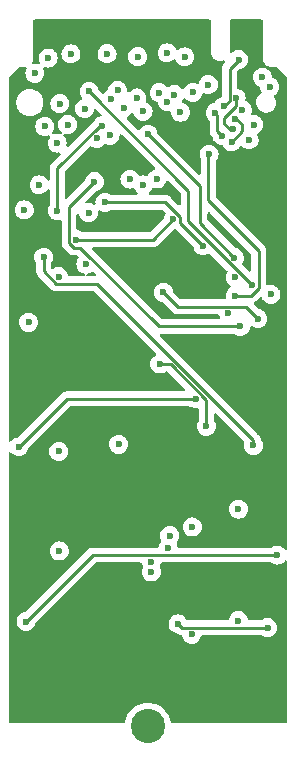
<source format=gbr>
%TF.GenerationSoftware,KiCad,Pcbnew,7.0.5*%
%TF.CreationDate,2023-08-30T17:00:08-05:00*%
%TF.ProjectId,Chimera_Card_Template_2,4368696d-6572-4615-9f43-6172645f5465,rev?*%
%TF.SameCoordinates,Original*%
%TF.FileFunction,Copper,L3,Inr*%
%TF.FilePolarity,Positive*%
%FSLAX46Y46*%
G04 Gerber Fmt 4.6, Leading zero omitted, Abs format (unit mm)*
G04 Created by KiCad (PCBNEW 7.0.5) date 2023-08-30 17:00:08*
%MOMM*%
%LPD*%
G01*
G04 APERTURE LIST*
%TA.AperFunction,ComponentPad*%
%ADD10C,2.900000*%
%TD*%
%TA.AperFunction,ViaPad*%
%ADD11C,0.600000*%
%TD*%
%TA.AperFunction,Conductor*%
%ADD12C,0.254000*%
%TD*%
G04 APERTURE END LIST*
D10*
%TO.N,N/C*%
%TO.C,H1*%
X112500000Y-149900000D03*
%TD*%
D11*
%TO.N,Net-(CN1-20-Pad61)*%
X103300000Y-104100000D03*
%TO.N,GND*%
X105000000Y-135100000D03*
X122916402Y-113384891D03*
X122200000Y-95000000D03*
%TO.N,20*%
X117675800Y-101500000D03*
X119883400Y-113488100D03*
X120160000Y-131566700D03*
%TO.N,8*%
X120174600Y-93492800D03*
X118926600Y-97451700D03*
X114208300Y-134814900D03*
%TO.N,6*%
X112767600Y-136011200D03*
X120501100Y-97771600D03*
%TO.N,4*%
X116255600Y-133069900D03*
X121456600Y-99000000D03*
%TO.N,Net-(CN1-20-Pad31)*%
X114156000Y-97054400D03*
X114125000Y-92928000D03*
X110030000Y-126074900D03*
%TO.N,Net-(CN1-20-Pad29)*%
X114748000Y-96463100D03*
X106401800Y-108751500D03*
X114650500Y-107033500D03*
%TO.N,Net-(CN1-1-Pad9)*%
X119900000Y-98500000D03*
X119583300Y-100449600D03*
X119908200Y-111945000D03*
X116203000Y-142160100D03*
%TO.N,Net-(CN1-20-Pad63)*%
X105985000Y-93010900D03*
%TO.N,Net-(CN1-1-Pad7)*%
X119700000Y-99400000D03*
X114342400Y-133794500D03*
X119968900Y-96764600D03*
%TO.N,Net-(CN1-1-Pad67)*%
X105045000Y-97221400D03*
%TO.N,Net-(CN1-20-Pad61)*%
X117167800Y-109269200D03*
X108867500Y-105582400D03*
%TO.N,Net-(CN1-20-Pad59)*%
X107144000Y-97644100D03*
X120325300Y-116088100D03*
X107976100Y-103842600D03*
%TO.N,Net-(CN1-20-Pad57)*%
X107524000Y-96199400D03*
X121300000Y-112550600D03*
%TO.N,Net-(CN1-20-Pad55)*%
X108174000Y-100173000D03*
X102043000Y-106224400D03*
%TO.N,Net-(CN1-20-Pad53)*%
X108640000Y-99103600D03*
X104838400Y-106281200D03*
%TO.N,Net-(CN1-20-Pad51)*%
X109286000Y-99917100D03*
X109038000Y-92998700D03*
X107470000Y-106460000D03*
%TO.N,Net-(CN1-20-Pad49)*%
X109404000Y-96835300D03*
%TO.N,Net-(CN1-20-Pad47)*%
X109934000Y-96115600D03*
%TO.N,Net-(CN1-20-Pad45)*%
X110435000Y-97598900D03*
X107245600Y-110822400D03*
%TO.N,Net-(CN1-20-Pad43)*%
X104930000Y-111878400D03*
X110981000Y-103625400D03*
%TO.N,+3V3*%
X122800000Y-95800000D03*
X123445000Y-135449100D03*
X102182500Y-141079100D03*
%TO.N,Net-(CN1-20-Pad41)*%
X111635000Y-93248200D03*
X111556000Y-96746600D03*
X102390000Y-115741500D03*
X112100000Y-104100000D03*
%TO.N,Net-(CN1-1-Pad73)*%
X103768000Y-99155600D03*
X121430000Y-126163500D03*
X103682200Y-110242600D03*
%TO.N,Net-(CN1-1-Pad71)*%
X104045000Y-93369500D03*
%TO.N,Net-(CN1-1-Pad69)*%
X104817000Y-100573000D03*
%TO.N,Net-(CN1-20-Pad39)*%
X112085000Y-97876300D03*
X121795700Y-115439600D03*
X113814500Y-113209900D03*
%TO.N,Net-(CN1-1-Pad5)*%
X121075600Y-100300000D03*
X112784700Y-136877000D03*
%TO.N,Net-(CN1-20-Pad37)*%
X112519000Y-99831700D03*
X119828900Y-110272900D03*
%TO.N,Net-(CN1-20-Pad35)*%
X113250000Y-103607000D03*
X113487500Y-119268200D03*
X117438600Y-124549500D03*
%TO.N,Net-(CN1-20-Pad33)*%
X113453000Y-96299800D03*
%TO.N,Net-(CN1-1-Pad66)*%
X105700000Y-99000000D03*
%TO.N,Net-(CN1-20-Pad27)*%
X115250000Y-97947800D03*
X104950000Y-126675100D03*
%TO.N,Net-(CN1-20-Pad25)*%
X115631000Y-93269900D03*
X116541500Y-122227900D03*
X101555000Y-126289700D03*
%TO.N,Net-(CN1-20-Pad23)*%
X116306000Y-96281400D03*
X115050500Y-141272200D03*
X122630600Y-141590700D03*
%TO.N,Net-(CN1-20-Pad21)*%
X117612000Y-95617700D03*
X119316400Y-114982900D03*
X120160000Y-141011700D03*
%TO.N,Net-(CN1-1-Pad11)*%
X118200000Y-98000000D03*
X118768650Y-99931350D03*
%TO.N,+5V*%
X121951700Y-105005100D03*
X121553300Y-96200000D03*
X104940000Y-141655600D03*
%TO.N,GND*%
X102923000Y-94656200D03*
%TD*%
D12*
%TO.N,Net-(CN1-1-Pad11)*%
X118350700Y-98150700D02*
X118200000Y-98000000D01*
X118350700Y-99513400D02*
X118350700Y-98150700D01*
X118768650Y-99931350D02*
X118350700Y-99513400D01*
%TO.N,Net-(CN1-1-Pad7)*%
X119968900Y-97430200D02*
X119968900Y-96764600D01*
X118941300Y-98457800D02*
X119968900Y-97430200D01*
X118941300Y-98927700D02*
X118941300Y-98457800D01*
X119700000Y-99400000D02*
X119413600Y-99400000D01*
X119413600Y-99400000D02*
X118941300Y-98927700D01*
%TO.N,Net-(CN1-1-Pad9)*%
X119997300Y-98500000D02*
X120483400Y-98986100D01*
X119900000Y-98500000D02*
X119997300Y-98500000D01*
X120483400Y-98986100D02*
X120483400Y-99549500D01*
X120483400Y-99549500D02*
X119583300Y-100449600D01*
%TO.N,20*%
X117608000Y-101567800D02*
X117608000Y-105426000D01*
X117675800Y-101500000D02*
X117608000Y-101567800D01*
X121193600Y-113488100D02*
X119883400Y-113488100D01*
X121884100Y-112797600D02*
X121193600Y-113488100D01*
X121884100Y-109702100D02*
X121884100Y-112797600D01*
X117608000Y-105426000D02*
X121884100Y-109702100D01*
%TO.N,8*%
X119413000Y-94254400D02*
X120174600Y-93492800D01*
X119413000Y-96965300D02*
X119413000Y-94254400D01*
X118926600Y-97451700D02*
X119413000Y-96965300D01*
%TO.N,Net-(CN1-20-Pad29)*%
X112932500Y-108751500D02*
X106401800Y-108751500D01*
X114650500Y-107033500D02*
X112932500Y-108751500D01*
%TO.N,Net-(CN1-20-Pad61)*%
X115206400Y-107307800D02*
X117167800Y-109269200D01*
X115206400Y-106803200D02*
X115206400Y-107307800D01*
X113985600Y-105582400D02*
X115206400Y-106803200D01*
X108867500Y-105582400D02*
X113985600Y-105582400D01*
%TO.N,Net-(CN1-20-Pad59)*%
X113430900Y-116088100D02*
X120325300Y-116088100D01*
X106781300Y-109438500D02*
X113430900Y-116088100D01*
X106257700Y-109438500D02*
X106781300Y-109438500D01*
X105821100Y-109001900D02*
X106257700Y-109438500D01*
X105821100Y-105997600D02*
X105821100Y-109001900D01*
X107976100Y-103842600D02*
X105821100Y-105997600D01*
%TO.N,Net-(CN1-20-Pad57)*%
X115925500Y-104600900D02*
X107524000Y-96199400D01*
X115925500Y-107176100D02*
X115925500Y-104600900D01*
X121300000Y-112550600D02*
X115925500Y-107176100D01*
%TO.N,Net-(CN1-20-Pad53)*%
X104838400Y-102691100D02*
X104838400Y-106281200D01*
X108425900Y-99103600D02*
X104838400Y-102691100D01*
X108640000Y-99103600D02*
X108425900Y-99103600D01*
%TO.N,+3V3*%
X107812500Y-135449100D02*
X102182500Y-141079100D01*
X123445000Y-135449100D02*
X107812500Y-135449100D01*
%TO.N,Net-(CN1-1-Pad73)*%
X103682200Y-111428600D02*
X103682200Y-110242600D01*
X104740000Y-112486400D02*
X103682200Y-111428600D01*
X108195200Y-112486400D02*
X104740000Y-112486400D01*
X121430000Y-125721200D02*
X108195200Y-112486400D01*
X121430000Y-126163500D02*
X121430000Y-125721200D01*
%TO.N,Net-(CN1-20-Pad39)*%
X120770000Y-114413900D02*
X121795700Y-115439600D01*
X115018500Y-114413900D02*
X120770000Y-114413900D01*
X113814500Y-113209900D02*
X115018500Y-114413900D01*
%TO.N,Net-(CN1-20-Pad37)*%
X116901700Y-107345700D02*
X119828900Y-110272900D01*
X116901700Y-104214400D02*
X116901700Y-107345700D01*
X112519000Y-99831700D02*
X116901700Y-104214400D01*
%TO.N,Net-(CN1-20-Pad35)*%
X117438600Y-122293500D02*
X117438600Y-124549500D01*
X114413300Y-119268200D02*
X117438600Y-122293500D01*
X113487500Y-119268200D02*
X114413300Y-119268200D01*
%TO.N,Net-(CN1-20-Pad25)*%
X105616800Y-122227900D02*
X116541500Y-122227900D01*
X101555000Y-126289700D02*
X105616800Y-122227900D01*
%TO.N,Net-(CN1-20-Pad23)*%
X115369000Y-141590700D02*
X122630600Y-141590700D01*
X115050500Y-141272200D02*
X115369000Y-141590700D01*
%TD*%
%TA.AperFunction,Conductor*%
%TO.N,+5V*%
G36*
X117767539Y-90120185D02*
G01*
X117813294Y-90172989D01*
X117824500Y-90224500D01*
X117824500Y-92884135D01*
X117851444Y-93010900D01*
X117859486Y-93048731D01*
X117927928Y-93202455D01*
X118026836Y-93338589D01*
X118026837Y-93338590D01*
X118026838Y-93338591D01*
X118026840Y-93338594D01*
X118102907Y-93407084D01*
X118151886Y-93451185D01*
X118297614Y-93535321D01*
X118297616Y-93535321D01*
X118297619Y-93535323D01*
X118338941Y-93548749D01*
X118457650Y-93587320D01*
X118625000Y-93604909D01*
X118792350Y-93587320D01*
X118890091Y-93555561D01*
X118959929Y-93553567D01*
X119019762Y-93589647D01*
X119050591Y-93652348D01*
X119042627Y-93721762D01*
X119013986Y-93760258D01*
X119015176Y-93761376D01*
X118962981Y-93816956D01*
X118961628Y-93818351D01*
X118941379Y-93838600D01*
X118941375Y-93838605D01*
X118937106Y-93844109D01*
X118933315Y-93848547D01*
X118901308Y-93882630D01*
X118901305Y-93882634D01*
X118891606Y-93900277D01*
X118880928Y-93916533D01*
X118868594Y-93932434D01*
X118868589Y-93932442D01*
X118850025Y-93975343D01*
X118847454Y-93980591D01*
X118824927Y-94021567D01*
X118819920Y-94041068D01*
X118813621Y-94059464D01*
X118807514Y-94073578D01*
X118805625Y-94077944D01*
X118805624Y-94077946D01*
X118798312Y-94124116D01*
X118797127Y-94129838D01*
X118785500Y-94175123D01*
X118785500Y-94195258D01*
X118783973Y-94214657D01*
X118780825Y-94234531D01*
X118785225Y-94281077D01*
X118785500Y-94286915D01*
X118785500Y-96564997D01*
X118765815Y-96632036D01*
X118713011Y-96677791D01*
X118702455Y-96682038D01*
X118577080Y-96725909D01*
X118424337Y-96821884D01*
X118296784Y-96949437D01*
X118200813Y-97102173D01*
X118192970Y-97124587D01*
X118152246Y-97181362D01*
X118089813Y-97206849D01*
X118020750Y-97214630D01*
X117850478Y-97274210D01*
X117697737Y-97370184D01*
X117570184Y-97497737D01*
X117474211Y-97650476D01*
X117414631Y-97820745D01*
X117414630Y-97820750D01*
X117394435Y-97999996D01*
X117394435Y-98000003D01*
X117414630Y-98179249D01*
X117414631Y-98179254D01*
X117474211Y-98349523D01*
X117570184Y-98502262D01*
X117686880Y-98618958D01*
X117720365Y-98680281D01*
X117723199Y-98706639D01*
X117723199Y-99430440D01*
X117721472Y-99446087D01*
X117721753Y-99446114D01*
X117721019Y-99453874D01*
X117723169Y-99522290D01*
X117723200Y-99524237D01*
X117723200Y-99552877D01*
X117724071Y-99559780D01*
X117724529Y-99565599D01*
X117725998Y-99612342D01*
X117729455Y-99624241D01*
X117731075Y-99629816D01*
X117731616Y-99631675D01*
X117735562Y-99650729D01*
X117738083Y-99670687D01*
X117738086Y-99670699D01*
X117755295Y-99714165D01*
X117757187Y-99719693D01*
X117770230Y-99764587D01*
X117770230Y-99764588D01*
X117780477Y-99781915D01*
X117789035Y-99799385D01*
X117796445Y-99818101D01*
X117823929Y-99855929D01*
X117827137Y-99860813D01*
X117850934Y-99901052D01*
X117850940Y-99901060D01*
X117865169Y-99915288D01*
X117877809Y-99930087D01*
X117889634Y-99946364D01*
X117889636Y-99946365D01*
X117889637Y-99946367D01*
X117907525Y-99961165D01*
X117925657Y-99976165D01*
X117929968Y-99980087D01*
X117942796Y-99992915D01*
X117976281Y-100054238D01*
X117978335Y-100066711D01*
X117983280Y-100110599D01*
X118042860Y-100280871D01*
X118113784Y-100393745D01*
X118138834Y-100433612D01*
X118266388Y-100561166D01*
X118315922Y-100592290D01*
X118407005Y-100649522D01*
X118419128Y-100657139D01*
X118470921Y-100675262D01*
X118589395Y-100716718D01*
X118589399Y-100716719D01*
X118686457Y-100727654D01*
X118762877Y-100736264D01*
X118827290Y-100763330D01*
X118853987Y-100793512D01*
X118857509Y-100799118D01*
X118857511Y-100799122D01*
X118953484Y-100951862D01*
X119081038Y-101079416D01*
X119233778Y-101175389D01*
X119312157Y-101202815D01*
X119404045Y-101234968D01*
X119404050Y-101234969D01*
X119583296Y-101255165D01*
X119583300Y-101255165D01*
X119583304Y-101255165D01*
X119762549Y-101234969D01*
X119762552Y-101234968D01*
X119762555Y-101234968D01*
X119932822Y-101175389D01*
X120085562Y-101079416D01*
X120213116Y-100951862D01*
X120277899Y-100848759D01*
X120330232Y-100802469D01*
X120399285Y-100791820D01*
X120463134Y-100820195D01*
X120470573Y-100827051D01*
X120573338Y-100929816D01*
X120608424Y-100951862D01*
X120681433Y-100997737D01*
X120726078Y-101025789D01*
X120867464Y-101075262D01*
X120896345Y-101085368D01*
X120896350Y-101085369D01*
X121075596Y-101105565D01*
X121075600Y-101105565D01*
X121075604Y-101105565D01*
X121254849Y-101085369D01*
X121254852Y-101085368D01*
X121254855Y-101085368D01*
X121425122Y-101025789D01*
X121577862Y-100929816D01*
X121705416Y-100802262D01*
X121801389Y-100649522D01*
X121860968Y-100479255D01*
X121866111Y-100433612D01*
X121881165Y-100300003D01*
X121881165Y-100299996D01*
X121860969Y-100120750D01*
X121860968Y-100120745D01*
X121801388Y-99950475D01*
X121776117Y-99910258D01*
X121767481Y-99896514D01*
X121748481Y-99829280D01*
X121768848Y-99762444D01*
X121806501Y-99725550D01*
X121958862Y-99629816D01*
X122086416Y-99502262D01*
X122182389Y-99349522D01*
X122241968Y-99179255D01*
X122244633Y-99155603D01*
X122262165Y-99000003D01*
X122262165Y-98999996D01*
X122241969Y-98820750D01*
X122241968Y-98820745D01*
X122211323Y-98733168D01*
X122182389Y-98650478D01*
X122179458Y-98645814D01*
X122136606Y-98577615D01*
X122086416Y-98497738D01*
X121958862Y-98370184D01*
X121892303Y-98328362D01*
X121806123Y-98274211D01*
X121635854Y-98214631D01*
X121635849Y-98214630D01*
X121456604Y-98194435D01*
X121456596Y-98194435D01*
X121386858Y-98202292D01*
X121318036Y-98190237D01*
X121266657Y-98142888D01*
X121249033Y-98075277D01*
X121255934Y-98038117D01*
X121286466Y-97950862D01*
X121286469Y-97950849D01*
X121306665Y-97771603D01*
X121306665Y-97771596D01*
X121286469Y-97592350D01*
X121286468Y-97592345D01*
X121263524Y-97526776D01*
X121226889Y-97422078D01*
X121213427Y-97400654D01*
X121130915Y-97269337D01*
X121003362Y-97141784D01*
X120850623Y-97045811D01*
X120840208Y-97042167D01*
X120783432Y-97001445D01*
X120757685Y-96936492D01*
X120757943Y-96911242D01*
X120774465Y-96764603D01*
X120774465Y-96764596D01*
X120754269Y-96585350D01*
X120754268Y-96585345D01*
X120747971Y-96567350D01*
X120694689Y-96415078D01*
X120687141Y-96403066D01*
X120602499Y-96268359D01*
X120598716Y-96262338D01*
X120471162Y-96134784D01*
X120427186Y-96107152D01*
X120318421Y-96038810D01*
X120166056Y-95985496D01*
X120148155Y-95979232D01*
X120148154Y-95979231D01*
X120148146Y-95979229D01*
X120141359Y-95977680D01*
X120141787Y-95975801D01*
X120086190Y-95952431D01*
X120046642Y-95894831D01*
X120040500Y-95856288D01*
X120040500Y-95268176D01*
X120040500Y-95000003D01*
X121394435Y-95000003D01*
X121414630Y-95179249D01*
X121414631Y-95179254D01*
X121474211Y-95349523D01*
X121537646Y-95450478D01*
X121570184Y-95502262D01*
X121697738Y-95629816D01*
X121850478Y-95725789D01*
X121883407Y-95737311D01*
X121918095Y-95749449D01*
X121974871Y-95790171D01*
X122000361Y-95852607D01*
X122014630Y-95979250D01*
X122014631Y-95979254D01*
X122074211Y-96149522D01*
X122113899Y-96212685D01*
X122132899Y-96279921D01*
X122112531Y-96346757D01*
X122072834Y-96384907D01*
X121979727Y-96440927D01*
X121979726Y-96440929D01*
X121844790Y-96568746D01*
X121740485Y-96722587D01*
X121740484Y-96722589D01*
X121671691Y-96895244D01*
X121651531Y-97018220D01*
X121643573Y-97066768D01*
X121641622Y-97078667D01*
X121651684Y-97264257D01*
X121651684Y-97264262D01*
X121701405Y-97443343D01*
X121701409Y-97443351D01*
X121788469Y-97607563D01*
X121881577Y-97717178D01*
X121908795Y-97749221D01*
X122056761Y-97861702D01*
X122056762Y-97861702D01*
X122056763Y-97861703D01*
X122225443Y-97939743D01*
X122225451Y-97939746D01*
X122262056Y-97947803D01*
X122406967Y-97979700D01*
X122406970Y-97979700D01*
X122546227Y-97979700D01*
X122546232Y-97979700D01*
X122684675Y-97964643D01*
X122860811Y-97905296D01*
X123020071Y-97809473D01*
X123155008Y-97681654D01*
X123259313Y-97527815D01*
X123284403Y-97464845D01*
X123328108Y-97355155D01*
X123338039Y-97294578D01*
X123358178Y-97171735D01*
X123348116Y-96986142D01*
X123348115Y-96986137D01*
X123298394Y-96807056D01*
X123298390Y-96807048D01*
X123251782Y-96719137D01*
X123211331Y-96642838D01*
X123211327Y-96642833D01*
X123209266Y-96639793D01*
X123208576Y-96637642D01*
X123208182Y-96636898D01*
X123208315Y-96636827D01*
X123187938Y-96573258D01*
X123205966Y-96505755D01*
X123245927Y-96465213D01*
X123302262Y-96429816D01*
X123429816Y-96302262D01*
X123525789Y-96149522D01*
X123585368Y-95979255D01*
X123585371Y-95979229D01*
X123605565Y-95800003D01*
X123605565Y-95799996D01*
X123585369Y-95620750D01*
X123585368Y-95620745D01*
X123541729Y-95496032D01*
X123525789Y-95450478D01*
X123520190Y-95441568D01*
X123450233Y-95330232D01*
X123429816Y-95297738D01*
X123302262Y-95170184D01*
X123283607Y-95158462D01*
X123149522Y-95074210D01*
X123149518Y-95074209D01*
X123081902Y-95050549D01*
X123025126Y-95009828D01*
X122999637Y-94947390D01*
X122985369Y-94820750D01*
X122985368Y-94820745D01*
X122956838Y-94739212D01*
X122925789Y-94650478D01*
X122829816Y-94497738D01*
X122702262Y-94370184D01*
X122702261Y-94370183D01*
X122549523Y-94274211D01*
X122379254Y-94214631D01*
X122379249Y-94214630D01*
X122200004Y-94194435D01*
X122199996Y-94194435D01*
X122020750Y-94214630D01*
X122020745Y-94214631D01*
X121850476Y-94274211D01*
X121697737Y-94370184D01*
X121570184Y-94497737D01*
X121474211Y-94650476D01*
X121414631Y-94820745D01*
X121414630Y-94820750D01*
X121394435Y-94999996D01*
X121394435Y-95000003D01*
X120040500Y-95000003D01*
X120040500Y-94565676D01*
X120060184Y-94498641D01*
X120076810Y-94478008D01*
X120236167Y-94318650D01*
X120297488Y-94285167D01*
X120309945Y-94283115D01*
X120353855Y-94278168D01*
X120524122Y-94218589D01*
X120676862Y-94122616D01*
X120804416Y-93995062D01*
X120900389Y-93842322D01*
X120959968Y-93672055D01*
X120962026Y-93653789D01*
X120980165Y-93492803D01*
X120980165Y-93492796D01*
X120959969Y-93313550D01*
X120959968Y-93313545D01*
X120944696Y-93269900D01*
X120900389Y-93143278D01*
X120877750Y-93107249D01*
X120809546Y-92998703D01*
X120804416Y-92990538D01*
X120676862Y-92862984D01*
X120524123Y-92767011D01*
X120353854Y-92707431D01*
X120353849Y-92707430D01*
X120174604Y-92687235D01*
X120174596Y-92687235D01*
X119995350Y-92707430D01*
X119995345Y-92707431D01*
X119825076Y-92767011D01*
X119672337Y-92862984D01*
X119637181Y-92898141D01*
X119575858Y-92931626D01*
X119506166Y-92926642D01*
X119450233Y-92884770D01*
X119425816Y-92819306D01*
X119425500Y-92810460D01*
X119425500Y-92735456D01*
X119425499Y-92735450D01*
X119425500Y-90224500D01*
X119445185Y-90157460D01*
X119497989Y-90111706D01*
X119549500Y-90100500D01*
X122100500Y-90100500D01*
X122167539Y-90120185D01*
X122213294Y-90172989D01*
X122224500Y-90224500D01*
X122224500Y-93360118D01*
X122224500Y-93400000D01*
X122224500Y-93468993D01*
X122224500Y-93468995D01*
X122224499Y-93468995D01*
X122251418Y-93604322D01*
X122251421Y-93604332D01*
X122304221Y-93731804D01*
X122304228Y-93731817D01*
X122380885Y-93846541D01*
X122380888Y-93846545D01*
X122478454Y-93944111D01*
X122478458Y-93944114D01*
X122593182Y-94020771D01*
X122593195Y-94020778D01*
X122676465Y-94055269D01*
X122720672Y-94073580D01*
X122720676Y-94073580D01*
X122720677Y-94073581D01*
X122856004Y-94100500D01*
X122856007Y-94100500D01*
X122902410Y-94100500D01*
X123365589Y-94100500D01*
X123432628Y-94120185D01*
X123453270Y-94136819D01*
X124263181Y-94946730D01*
X124296666Y-95008053D01*
X124299500Y-95034411D01*
X124299500Y-134874211D01*
X124279815Y-134941250D01*
X124227011Y-134987005D01*
X124157853Y-134996949D01*
X124094297Y-134967924D01*
X124078556Y-134951527D01*
X124074817Y-134946839D01*
X123947262Y-134819284D01*
X123794523Y-134723311D01*
X123624254Y-134663731D01*
X123624249Y-134663730D01*
X123445004Y-134643535D01*
X123444996Y-134643535D01*
X123265750Y-134663730D01*
X123265745Y-134663731D01*
X123095476Y-134723311D01*
X122969300Y-134802594D01*
X122903328Y-134821600D01*
X115125433Y-134821600D01*
X115058394Y-134801915D01*
X115012639Y-134749111D01*
X115002213Y-134711483D01*
X114993669Y-134635649D01*
X114993666Y-134635637D01*
X114934089Y-134465378D01*
X114931069Y-134459106D01*
X114933261Y-134458049D01*
X114917346Y-134401746D01*
X114937707Y-134334909D01*
X114953654Y-134315323D01*
X114972216Y-134296762D01*
X115068189Y-134144022D01*
X115127768Y-133973755D01*
X115147965Y-133794500D01*
X115137285Y-133699715D01*
X115127769Y-133615250D01*
X115127768Y-133615245D01*
X115068188Y-133444976D01*
X114972215Y-133292237D01*
X114844662Y-133164684D01*
X114693820Y-133069903D01*
X115450035Y-133069903D01*
X115470230Y-133249149D01*
X115470231Y-133249154D01*
X115529811Y-133419423D01*
X115625784Y-133572162D01*
X115753338Y-133699716D01*
X115843680Y-133756481D01*
X115904185Y-133794500D01*
X115906078Y-133795689D01*
X116076344Y-133855267D01*
X116076345Y-133855268D01*
X116076350Y-133855269D01*
X116255596Y-133875465D01*
X116255600Y-133875465D01*
X116255604Y-133875465D01*
X116434849Y-133855269D01*
X116434852Y-133855268D01*
X116434855Y-133855268D01*
X116605122Y-133795689D01*
X116757862Y-133699716D01*
X116885416Y-133572162D01*
X116981389Y-133419422D01*
X117040968Y-133249155D01*
X117061165Y-133069900D01*
X117054318Y-133009132D01*
X117040969Y-132890650D01*
X117040968Y-132890645D01*
X116981388Y-132720376D01*
X116885415Y-132567637D01*
X116757862Y-132440084D01*
X116605123Y-132344111D01*
X116434854Y-132284531D01*
X116434849Y-132284530D01*
X116255604Y-132264335D01*
X116255596Y-132264335D01*
X116076350Y-132284530D01*
X116076345Y-132284531D01*
X115906076Y-132344111D01*
X115753337Y-132440084D01*
X115625784Y-132567637D01*
X115529811Y-132720376D01*
X115470231Y-132890645D01*
X115470230Y-132890650D01*
X115450035Y-133069896D01*
X115450035Y-133069903D01*
X114693820Y-133069903D01*
X114691923Y-133068711D01*
X114521654Y-133009131D01*
X114521649Y-133009130D01*
X114342404Y-132988935D01*
X114342396Y-132988935D01*
X114163150Y-133009130D01*
X114163145Y-133009131D01*
X113992876Y-133068711D01*
X113840137Y-133164684D01*
X113712584Y-133292237D01*
X113616611Y-133444976D01*
X113557031Y-133615245D01*
X113557030Y-133615250D01*
X113536835Y-133794496D01*
X113536835Y-133794503D01*
X113557030Y-133973749D01*
X113557033Y-133973762D01*
X113616610Y-134144021D01*
X113619631Y-134150294D01*
X113617441Y-134151348D01*
X113633351Y-134207681D01*
X113612975Y-134274513D01*
X113597043Y-134294077D01*
X113578485Y-134312636D01*
X113482511Y-134465376D01*
X113422931Y-134635645D01*
X113422930Y-134635649D01*
X113414387Y-134711483D01*
X113387321Y-134775897D01*
X113329726Y-134815452D01*
X113291167Y-134821600D01*
X107895465Y-134821600D01*
X107879814Y-134819872D01*
X107879788Y-134820154D01*
X107872025Y-134819419D01*
X107803621Y-134821569D01*
X107801674Y-134821600D01*
X107773021Y-134821600D01*
X107766107Y-134822473D01*
X107760290Y-134822930D01*
X107713558Y-134824399D01*
X107713554Y-134824400D01*
X107694222Y-134830016D01*
X107675182Y-134833959D01*
X107655212Y-134836482D01*
X107655208Y-134836483D01*
X107611737Y-134853694D01*
X107606210Y-134855586D01*
X107561312Y-134868630D01*
X107561305Y-134868633D01*
X107543980Y-134878879D01*
X107526510Y-134887437D01*
X107507798Y-134894845D01*
X107469963Y-134922333D01*
X107465080Y-134925540D01*
X107424846Y-134949334D01*
X107410606Y-134963574D01*
X107395820Y-134976202D01*
X107379533Y-134988036D01*
X107379532Y-134988036D01*
X107349727Y-135024063D01*
X107345795Y-135028385D01*
X102120932Y-140253247D01*
X102059609Y-140286732D01*
X102047137Y-140288786D01*
X102003245Y-140293732D01*
X101832978Y-140353310D01*
X101680237Y-140449284D01*
X101552684Y-140576837D01*
X101456711Y-140729576D01*
X101397131Y-140899845D01*
X101397130Y-140899850D01*
X101376935Y-141079096D01*
X101376935Y-141079103D01*
X101397130Y-141258349D01*
X101397131Y-141258354D01*
X101456711Y-141428623D01*
X101552683Y-141581362D01*
X101552684Y-141581362D01*
X101680238Y-141708916D01*
X101832978Y-141804889D01*
X102003244Y-141864468D01*
X102003245Y-141864468D01*
X102003250Y-141864469D01*
X102182496Y-141884665D01*
X102182500Y-141884665D01*
X102182504Y-141884665D01*
X102361749Y-141864469D01*
X102361752Y-141864468D01*
X102361755Y-141864468D01*
X102532022Y-141804889D01*
X102684762Y-141708916D01*
X102812316Y-141581362D01*
X102908289Y-141428622D01*
X102963022Y-141272203D01*
X114244935Y-141272203D01*
X114265130Y-141451449D01*
X114265131Y-141451454D01*
X114324711Y-141621723D01*
X114417848Y-141769949D01*
X114420684Y-141774462D01*
X114548238Y-141902016D01*
X114700978Y-141997989D01*
X114871245Y-142057568D01*
X114919213Y-142062972D01*
X114983624Y-142090037D01*
X114990205Y-142095793D01*
X114997233Y-142102393D01*
X114997235Y-142102394D01*
X114997236Y-142102395D01*
X114997237Y-142102396D01*
X115014868Y-142112088D01*
X115031137Y-142122774D01*
X115047037Y-142135107D01*
X115047037Y-142135108D01*
X115089944Y-142153675D01*
X115095193Y-142156247D01*
X115136161Y-142178770D01*
X115136164Y-142178771D01*
X115136166Y-142178772D01*
X115155659Y-142183776D01*
X115174067Y-142190079D01*
X115192541Y-142198074D01*
X115224890Y-142203197D01*
X115238723Y-142205388D01*
X115244438Y-142206571D01*
X115289728Y-142218200D01*
X115293168Y-142218200D01*
X115295764Y-142218962D01*
X115297471Y-142219178D01*
X115297436Y-142219453D01*
X115360207Y-142237885D01*
X115405962Y-142290689D01*
X115416389Y-142328320D01*
X115417631Y-142339352D01*
X115477210Y-142509621D01*
X115477211Y-142509622D01*
X115573184Y-142662362D01*
X115700738Y-142789916D01*
X115853478Y-142885889D01*
X116023744Y-142945468D01*
X116023745Y-142945468D01*
X116023750Y-142945469D01*
X116202996Y-142965665D01*
X116203000Y-142965665D01*
X116203004Y-142965665D01*
X116382249Y-142945469D01*
X116382252Y-142945468D01*
X116382255Y-142945468D01*
X116552522Y-142885889D01*
X116705262Y-142789916D01*
X116832816Y-142662362D01*
X116928789Y-142509622D01*
X116988368Y-142339355D01*
X116989611Y-142328318D01*
X117016676Y-142263905D01*
X117074270Y-142224348D01*
X117112832Y-142218200D01*
X122088928Y-142218200D01*
X122154900Y-142237206D01*
X122240017Y-142290689D01*
X122281078Y-142316489D01*
X122451345Y-142376067D01*
X122451345Y-142376068D01*
X122451350Y-142376069D01*
X122630596Y-142396265D01*
X122630600Y-142396265D01*
X122630604Y-142396265D01*
X122809849Y-142376069D01*
X122809852Y-142376068D01*
X122809855Y-142376068D01*
X122980122Y-142316489D01*
X123132862Y-142220516D01*
X123260416Y-142092962D01*
X123356389Y-141940222D01*
X123415968Y-141769955D01*
X123415969Y-141769949D01*
X123436165Y-141590703D01*
X123436165Y-141590696D01*
X123415969Y-141411450D01*
X123415968Y-141411445D01*
X123367244Y-141272200D01*
X123356389Y-141241178D01*
X123260416Y-141088438D01*
X123132862Y-140960884D01*
X123106300Y-140944194D01*
X122980123Y-140864911D01*
X122809854Y-140805331D01*
X122809849Y-140805330D01*
X122630604Y-140785135D01*
X122630596Y-140785135D01*
X122451350Y-140805330D01*
X122451345Y-140805331D01*
X122281076Y-140864911D01*
X122154900Y-140944194D01*
X122088928Y-140963200D01*
X121070914Y-140963200D01*
X121003875Y-140943515D01*
X120958120Y-140890711D01*
X120947694Y-140853083D01*
X120945369Y-140832450D01*
X120945368Y-140832445D01*
X120935880Y-140805330D01*
X120885789Y-140662178D01*
X120789816Y-140509438D01*
X120662262Y-140381884D01*
X120662261Y-140381883D01*
X120509523Y-140285911D01*
X120339254Y-140226331D01*
X120339249Y-140226330D01*
X120160004Y-140206135D01*
X120159996Y-140206135D01*
X119980750Y-140226330D01*
X119980745Y-140226331D01*
X119810476Y-140285911D01*
X119657737Y-140381884D01*
X119530184Y-140509437D01*
X119434211Y-140662176D01*
X119374631Y-140832445D01*
X119374630Y-140832450D01*
X119372306Y-140853083D01*
X119345240Y-140917497D01*
X119287645Y-140957053D01*
X119249086Y-140963200D01*
X115870283Y-140963200D01*
X115803244Y-140943515D01*
X115765289Y-140905172D01*
X115756203Y-140890711D01*
X115680316Y-140769938D01*
X115552762Y-140642384D01*
X115552762Y-140642383D01*
X115400023Y-140546411D01*
X115229754Y-140486831D01*
X115229749Y-140486830D01*
X115050504Y-140466635D01*
X115050496Y-140466635D01*
X114871250Y-140486830D01*
X114871245Y-140486831D01*
X114700976Y-140546411D01*
X114548237Y-140642384D01*
X114420684Y-140769937D01*
X114324711Y-140922676D01*
X114265131Y-141092945D01*
X114265130Y-141092950D01*
X114244935Y-141272196D01*
X114244935Y-141272203D01*
X102963022Y-141272203D01*
X102967868Y-141258355D01*
X102972813Y-141214461D01*
X102999878Y-141150051D01*
X103008342Y-141140675D01*
X108036099Y-136112919D01*
X108097423Y-136079434D01*
X108123781Y-136076600D01*
X111858590Y-136076600D01*
X111925629Y-136096285D01*
X111971384Y-136149089D01*
X111981810Y-136186715D01*
X111982230Y-136190450D01*
X111982233Y-136190462D01*
X112041809Y-136360718D01*
X112041810Y-136360720D01*
X112041811Y-136360722D01*
X112061298Y-136391735D01*
X112080298Y-136458972D01*
X112061300Y-136523676D01*
X112058909Y-136527481D01*
X111999333Y-136697737D01*
X111999330Y-136697750D01*
X111979135Y-136876996D01*
X111979135Y-136877003D01*
X111999330Y-137056249D01*
X111999331Y-137056254D01*
X112058911Y-137226523D01*
X112154883Y-137379262D01*
X112154884Y-137379262D01*
X112282438Y-137506816D01*
X112435178Y-137602789D01*
X112605444Y-137662368D01*
X112605445Y-137662368D01*
X112605450Y-137662369D01*
X112784696Y-137682565D01*
X112784700Y-137682565D01*
X112784704Y-137682565D01*
X112963949Y-137662369D01*
X112963952Y-137662368D01*
X112963955Y-137662368D01*
X113134222Y-137602789D01*
X113286962Y-137506816D01*
X113414516Y-137379262D01*
X113510489Y-137226522D01*
X113570068Y-137056255D01*
X113590265Y-136877000D01*
X113570068Y-136697745D01*
X113570067Y-136697743D01*
X113570066Y-136697737D01*
X113510490Y-136527480D01*
X113491002Y-136496465D01*
X113472001Y-136429228D01*
X113491003Y-136364518D01*
X113493389Y-136360722D01*
X113552968Y-136190455D01*
X113552969Y-136190450D01*
X113553390Y-136186715D01*
X113554334Y-136184466D01*
X113554517Y-136183668D01*
X113554656Y-136183699D01*
X113580457Y-136122301D01*
X113638053Y-136082747D01*
X113676610Y-136076600D01*
X122903328Y-136076600D01*
X122969300Y-136095606D01*
X123054417Y-136149089D01*
X123095478Y-136174889D01*
X123265745Y-136234467D01*
X123265745Y-136234468D01*
X123265750Y-136234469D01*
X123444996Y-136254665D01*
X123445000Y-136254665D01*
X123445004Y-136254665D01*
X123624249Y-136234469D01*
X123624252Y-136234468D01*
X123624255Y-136234468D01*
X123794522Y-136174889D01*
X123947262Y-136078916D01*
X124074816Y-135951362D01*
X124074822Y-135951351D01*
X124078552Y-135946676D01*
X124135740Y-135906535D01*
X124205551Y-135903685D01*
X124265822Y-135939029D01*
X124297416Y-136001348D01*
X124299500Y-136023988D01*
X124299500Y-149575500D01*
X124279815Y-149642539D01*
X124227011Y-149688294D01*
X124175500Y-149699500D01*
X114552427Y-149699500D01*
X114485388Y-149679815D01*
X114439633Y-149627011D01*
X114431261Y-149601858D01*
X114376272Y-149349083D01*
X114376271Y-149349077D01*
X114278769Y-149087663D01*
X114145056Y-148842787D01*
X114145054Y-148842784D01*
X113977861Y-148619439D01*
X113977845Y-148619421D01*
X113780578Y-148422154D01*
X113780560Y-148422138D01*
X113557215Y-148254945D01*
X113557207Y-148254940D01*
X113312342Y-148121233D01*
X113312338Y-148121231D01*
X113213230Y-148084266D01*
X113050923Y-148023729D01*
X113050919Y-148023728D01*
X113050916Y-148023727D01*
X112778299Y-147964422D01*
X112500001Y-147944518D01*
X112499999Y-147944518D01*
X112221700Y-147964422D01*
X111949083Y-148023727D01*
X111949078Y-148023728D01*
X111949077Y-148023729D01*
X111885875Y-148047301D01*
X111687661Y-148121231D01*
X111687657Y-148121233D01*
X111442792Y-148254940D01*
X111442784Y-148254945D01*
X111219439Y-148422138D01*
X111219421Y-148422154D01*
X111022154Y-148619421D01*
X111022138Y-148619439D01*
X110854945Y-148842784D01*
X110854940Y-148842792D01*
X110721233Y-149087657D01*
X110721231Y-149087661D01*
X110623727Y-149349083D01*
X110568739Y-149601858D01*
X110535254Y-149663181D01*
X110473931Y-149696666D01*
X110447573Y-149699500D01*
X100824500Y-149699500D01*
X100757461Y-149679815D01*
X100711706Y-149627011D01*
X100700500Y-149575500D01*
X100700500Y-135100003D01*
X104194435Y-135100003D01*
X104214630Y-135279249D01*
X104214631Y-135279254D01*
X104274211Y-135449523D01*
X104370183Y-135602261D01*
X104370184Y-135602262D01*
X104497738Y-135729816D01*
X104650478Y-135825789D01*
X104820745Y-135885367D01*
X104820745Y-135885368D01*
X104820750Y-135885369D01*
X104999996Y-135905565D01*
X105000000Y-135905565D01*
X105000004Y-135905565D01*
X105179249Y-135885369D01*
X105179252Y-135885368D01*
X105179255Y-135885368D01*
X105349522Y-135825789D01*
X105502262Y-135729816D01*
X105629816Y-135602262D01*
X105725789Y-135449522D01*
X105785368Y-135279255D01*
X105785369Y-135279249D01*
X105805565Y-135100003D01*
X105805565Y-135099996D01*
X105785369Y-134920750D01*
X105785368Y-134920745D01*
X105754573Y-134832738D01*
X105725789Y-134750478D01*
X105629816Y-134597738D01*
X105502262Y-134470184D01*
X105494610Y-134465376D01*
X105349523Y-134374211D01*
X105179254Y-134314631D01*
X105179249Y-134314630D01*
X105000004Y-134294435D01*
X104999996Y-134294435D01*
X104820750Y-134314630D01*
X104820745Y-134314631D01*
X104650476Y-134374211D01*
X104497737Y-134470184D01*
X104370184Y-134597737D01*
X104274211Y-134750476D01*
X104214631Y-134920745D01*
X104214630Y-134920750D01*
X104194435Y-135099996D01*
X104194435Y-135100003D01*
X100700500Y-135100003D01*
X100700500Y-131566703D01*
X119354435Y-131566703D01*
X119374630Y-131745949D01*
X119374631Y-131745954D01*
X119434211Y-131916223D01*
X119530183Y-132068961D01*
X119530184Y-132068962D01*
X119657738Y-132196516D01*
X119748080Y-132253282D01*
X119797814Y-132284532D01*
X119810478Y-132292489D01*
X119958005Y-132344111D01*
X119980745Y-132352068D01*
X119980750Y-132352069D01*
X120159996Y-132372265D01*
X120160000Y-132372265D01*
X120160004Y-132372265D01*
X120339249Y-132352069D01*
X120339252Y-132352068D01*
X120339255Y-132352068D01*
X120509522Y-132292489D01*
X120662262Y-132196516D01*
X120789816Y-132068962D01*
X120885789Y-131916222D01*
X120945368Y-131745955D01*
X120965565Y-131566700D01*
X120945368Y-131387445D01*
X120885789Y-131217178D01*
X120789816Y-131064438D01*
X120662262Y-130936884D01*
X120662261Y-130936883D01*
X120509523Y-130840911D01*
X120339254Y-130781331D01*
X120339249Y-130781330D01*
X120160004Y-130761135D01*
X120159996Y-130761135D01*
X119980750Y-130781330D01*
X119980745Y-130781331D01*
X119810476Y-130840911D01*
X119657737Y-130936884D01*
X119530184Y-131064437D01*
X119434211Y-131217176D01*
X119374631Y-131387445D01*
X119374630Y-131387450D01*
X119354435Y-131566696D01*
X119354435Y-131566703D01*
X100700500Y-131566703D01*
X100700500Y-126864588D01*
X100720185Y-126797549D01*
X100772989Y-126751794D01*
X100842147Y-126741850D01*
X100905703Y-126770875D01*
X100921448Y-126787276D01*
X100925180Y-126791957D01*
X100925184Y-126791962D01*
X101052738Y-126919516D01*
X101205478Y-127015489D01*
X101375745Y-127075068D01*
X101375750Y-127075069D01*
X101554996Y-127095265D01*
X101555000Y-127095265D01*
X101555004Y-127095265D01*
X101734249Y-127075069D01*
X101734252Y-127075068D01*
X101734255Y-127075068D01*
X101904522Y-127015489D01*
X102057262Y-126919516D01*
X102184816Y-126791962D01*
X102258243Y-126675103D01*
X104144435Y-126675103D01*
X104164630Y-126854349D01*
X104164631Y-126854354D01*
X104224211Y-127024623D01*
X104255908Y-127075068D01*
X104320184Y-127177362D01*
X104447738Y-127304916D01*
X104600478Y-127400889D01*
X104770744Y-127460468D01*
X104770745Y-127460468D01*
X104770750Y-127460469D01*
X104949996Y-127480665D01*
X104950000Y-127480665D01*
X104950004Y-127480665D01*
X105129249Y-127460469D01*
X105129252Y-127460468D01*
X105129255Y-127460468D01*
X105299522Y-127400889D01*
X105452262Y-127304916D01*
X105579816Y-127177362D01*
X105675789Y-127024622D01*
X105735368Y-126854355D01*
X105741415Y-126800688D01*
X105755565Y-126675103D01*
X105755565Y-126675096D01*
X105735369Y-126495850D01*
X105735368Y-126495845D01*
X105695513Y-126381947D01*
X105675789Y-126325578D01*
X105579816Y-126172838D01*
X105481881Y-126074903D01*
X109224435Y-126074903D01*
X109244630Y-126254149D01*
X109244631Y-126254154D01*
X109304211Y-126424423D01*
X109400184Y-126577162D01*
X109527738Y-126704716D01*
X109602662Y-126751794D01*
X109675480Y-126797549D01*
X109680478Y-126800689D01*
X109833844Y-126854354D01*
X109850745Y-126860268D01*
X109850750Y-126860269D01*
X110029996Y-126880465D01*
X110030000Y-126880465D01*
X110030004Y-126880465D01*
X110209249Y-126860269D01*
X110209252Y-126860268D01*
X110209255Y-126860268D01*
X110379522Y-126800689D01*
X110532262Y-126704716D01*
X110659816Y-126577162D01*
X110755789Y-126424422D01*
X110815368Y-126254155D01*
X110824530Y-126172838D01*
X110835565Y-126074903D01*
X110835565Y-126074896D01*
X110815369Y-125895650D01*
X110815368Y-125895645D01*
X110806232Y-125869535D01*
X110755789Y-125725378D01*
X110749149Y-125714811D01*
X110672957Y-125593552D01*
X110659816Y-125572638D01*
X110532262Y-125445084D01*
X110486758Y-125416492D01*
X110379523Y-125349111D01*
X110209254Y-125289531D01*
X110209249Y-125289530D01*
X110030004Y-125269335D01*
X110029996Y-125269335D01*
X109850750Y-125289530D01*
X109850745Y-125289531D01*
X109680476Y-125349111D01*
X109527737Y-125445084D01*
X109400184Y-125572637D01*
X109304211Y-125725376D01*
X109244631Y-125895645D01*
X109244630Y-125895650D01*
X109224435Y-126074896D01*
X109224435Y-126074903D01*
X105481881Y-126074903D01*
X105452262Y-126045284D01*
X105299523Y-125949311D01*
X105129254Y-125889731D01*
X105129249Y-125889730D01*
X104950004Y-125869535D01*
X104949996Y-125869535D01*
X104770750Y-125889730D01*
X104770745Y-125889731D01*
X104600476Y-125949311D01*
X104447737Y-126045284D01*
X104320184Y-126172837D01*
X104224211Y-126325576D01*
X104164631Y-126495845D01*
X104164630Y-126495850D01*
X104144435Y-126675096D01*
X104144435Y-126675103D01*
X102258243Y-126675103D01*
X102280789Y-126639222D01*
X102340368Y-126468955D01*
X102345313Y-126425061D01*
X102372378Y-126360651D01*
X102380842Y-126351275D01*
X105840400Y-122891719D01*
X105901724Y-122858234D01*
X105928082Y-122855400D01*
X115999828Y-122855400D01*
X116065799Y-122874405D01*
X116191978Y-122953689D01*
X116362244Y-123013268D01*
X116362245Y-123013268D01*
X116362250Y-123013269D01*
X116541496Y-123033465D01*
X116541500Y-123033465D01*
X116541502Y-123033465D01*
X116597040Y-123027207D01*
X116673217Y-123018624D01*
X116742038Y-123030678D01*
X116793417Y-123078027D01*
X116811100Y-123141844D01*
X116811100Y-124007828D01*
X116792094Y-124073800D01*
X116712811Y-124199976D01*
X116653231Y-124370245D01*
X116653230Y-124370250D01*
X116633035Y-124549496D01*
X116633035Y-124549503D01*
X116653230Y-124728749D01*
X116653231Y-124728754D01*
X116712811Y-124899023D01*
X116808783Y-125051762D01*
X116808784Y-125051762D01*
X116936338Y-125179316D01*
X117089078Y-125275289D01*
X117172607Y-125304517D01*
X117259345Y-125334868D01*
X117259350Y-125334869D01*
X117438596Y-125355065D01*
X117438600Y-125355065D01*
X117438604Y-125355065D01*
X117617849Y-125334869D01*
X117617852Y-125334868D01*
X117617855Y-125334868D01*
X117788122Y-125275289D01*
X117940862Y-125179316D01*
X118068416Y-125051762D01*
X118164389Y-124899022D01*
X118223968Y-124728755D01*
X118244165Y-124549500D01*
X118223968Y-124370245D01*
X118164389Y-124199978D01*
X118085105Y-124073799D01*
X118066100Y-124007828D01*
X118066100Y-123544081D01*
X118085785Y-123477042D01*
X118138589Y-123431287D01*
X118207747Y-123421343D01*
X118271303Y-123450368D01*
X118277781Y-123456400D01*
X120631269Y-125809888D01*
X120664754Y-125871211D01*
X120660630Y-125938522D01*
X120644631Y-125984245D01*
X120644631Y-125984246D01*
X120624435Y-126163496D01*
X120624435Y-126163503D01*
X120644630Y-126342749D01*
X120644631Y-126342754D01*
X120704211Y-126513023D01*
X120744513Y-126577162D01*
X120800184Y-126665762D01*
X120927738Y-126793316D01*
X121018080Y-126850082D01*
X121066434Y-126880465D01*
X121080478Y-126889289D01*
X121166859Y-126919515D01*
X121250745Y-126948868D01*
X121250750Y-126948869D01*
X121429996Y-126969065D01*
X121430000Y-126969065D01*
X121430004Y-126969065D01*
X121609249Y-126948869D01*
X121609252Y-126948868D01*
X121609255Y-126948868D01*
X121779522Y-126889289D01*
X121932262Y-126793316D01*
X122059816Y-126665762D01*
X122155789Y-126513022D01*
X122215368Y-126342755D01*
X122215369Y-126342749D01*
X122235565Y-126163503D01*
X122235565Y-126163496D01*
X122215369Y-125984250D01*
X122215368Y-125984245D01*
X122155788Y-125813975D01*
X122100118Y-125725378D01*
X122073609Y-125683190D01*
X122057303Y-125629746D01*
X122055922Y-125629965D01*
X122054701Y-125622261D01*
X122054701Y-125622258D01*
X122049082Y-125602918D01*
X122045139Y-125583885D01*
X122042616Y-125563907D01*
X122025403Y-125520434D01*
X122023514Y-125514914D01*
X122010467Y-125470007D01*
X122000221Y-125452683D01*
X121991664Y-125435216D01*
X121984253Y-125416497D01*
X121984250Y-125416492D01*
X121956771Y-125378672D01*
X121953562Y-125373786D01*
X121929768Y-125333551D01*
X121929766Y-125333548D01*
X121929764Y-125333545D01*
X121915530Y-125319311D01*
X121902894Y-125304517D01*
X121891062Y-125288232D01*
X121891059Y-125288229D01*
X121855035Y-125258428D01*
X121850713Y-125254494D01*
X113523500Y-116927281D01*
X113490015Y-116865958D01*
X113494999Y-116796266D01*
X113536871Y-116740333D01*
X113602335Y-116715916D01*
X113611181Y-116715600D01*
X119783628Y-116715600D01*
X119849599Y-116734605D01*
X119975778Y-116813889D01*
X120124583Y-116865958D01*
X120146045Y-116873468D01*
X120146050Y-116873469D01*
X120325296Y-116893665D01*
X120325300Y-116893665D01*
X120325304Y-116893665D01*
X120504549Y-116873469D01*
X120504552Y-116873468D01*
X120504555Y-116873468D01*
X120674822Y-116813889D01*
X120827562Y-116717916D01*
X120955116Y-116590362D01*
X121051089Y-116437622D01*
X121110668Y-116267355D01*
X121121484Y-116171358D01*
X121148550Y-116106944D01*
X121206144Y-116067389D01*
X121275981Y-116065250D01*
X121310674Y-116080246D01*
X121446178Y-116165389D01*
X121616445Y-116224968D01*
X121616450Y-116224969D01*
X121795696Y-116245165D01*
X121795700Y-116245165D01*
X121795704Y-116245165D01*
X121974949Y-116224969D01*
X121974952Y-116224968D01*
X121974955Y-116224968D01*
X122145222Y-116165389D01*
X122297962Y-116069416D01*
X122425516Y-115941862D01*
X122521489Y-115789122D01*
X122581068Y-115618855D01*
X122587446Y-115562250D01*
X122601265Y-115439603D01*
X122601265Y-115439596D01*
X122581069Y-115260350D01*
X122581068Y-115260345D01*
X122521488Y-115090076D01*
X122438692Y-114958308D01*
X122425516Y-114937338D01*
X122297962Y-114809784D01*
X122280709Y-114798943D01*
X122145221Y-114713810D01*
X121974949Y-114654230D01*
X121931061Y-114649285D01*
X121866647Y-114622217D01*
X121857265Y-114613746D01*
X121477926Y-114234407D01*
X121444441Y-114173084D01*
X121449425Y-114103392D01*
X121491297Y-114047459D01*
X121492719Y-114046410D01*
X121536128Y-114014870D01*
X121540991Y-114011674D01*
X121581256Y-113987863D01*
X121595497Y-113973620D01*
X121610278Y-113960997D01*
X121626567Y-113949163D01*
X121626569Y-113949159D01*
X121626571Y-113949159D01*
X121638445Y-113934803D01*
X121656376Y-113913128D01*
X121660289Y-113908828D01*
X121958815Y-113610302D01*
X122020136Y-113576819D01*
X122089828Y-113581803D01*
X122145761Y-113623675D01*
X122163536Y-113657031D01*
X122190612Y-113734412D01*
X122256779Y-113839715D01*
X122286586Y-113887153D01*
X122414140Y-114014707D01*
X122475646Y-114053354D01*
X122552209Y-114101462D01*
X122566880Y-114110680D01*
X122737147Y-114170259D01*
X122737152Y-114170260D01*
X122916398Y-114190456D01*
X122916402Y-114190456D01*
X122916406Y-114190456D01*
X123095651Y-114170260D01*
X123095654Y-114170259D01*
X123095657Y-114170259D01*
X123265924Y-114110680D01*
X123418664Y-114014707D01*
X123546218Y-113887153D01*
X123642191Y-113734413D01*
X123701770Y-113564146D01*
X123702302Y-113559423D01*
X123721967Y-113384894D01*
X123721967Y-113384887D01*
X123701771Y-113205641D01*
X123701770Y-113205636D01*
X123670983Y-113117652D01*
X123642191Y-113035369D01*
X123627816Y-113012492D01*
X123550572Y-112889559D01*
X123546218Y-112882629D01*
X123418664Y-112755075D01*
X123364256Y-112720888D01*
X123265925Y-112659102D01*
X123095656Y-112599522D01*
X123095651Y-112599521D01*
X122916406Y-112579326D01*
X122916398Y-112579326D01*
X122737152Y-112599521D01*
X122737147Y-112599522D01*
X122676555Y-112620725D01*
X122606776Y-112624286D01*
X122546148Y-112589557D01*
X122513921Y-112527564D01*
X122511600Y-112503683D01*
X122511600Y-109785064D01*
X122513328Y-109769414D01*
X122513046Y-109769388D01*
X122513780Y-109761625D01*
X122511630Y-109693207D01*
X122511599Y-109691257D01*
X122511600Y-109662624D01*
X122510725Y-109655706D01*
X122510269Y-109649893D01*
X122510055Y-109643084D01*
X122508801Y-109603158D01*
X122503182Y-109583818D01*
X122499239Y-109564785D01*
X122496716Y-109544807D01*
X122479503Y-109501334D01*
X122477614Y-109495814D01*
X122469707Y-109468598D01*
X122464568Y-109450909D01*
X122454319Y-109433580D01*
X122445764Y-109416116D01*
X122438353Y-109397397D01*
X122438350Y-109397392D01*
X122410871Y-109359572D01*
X122407662Y-109354686D01*
X122383868Y-109314451D01*
X122383866Y-109314448D01*
X122383864Y-109314445D01*
X122369630Y-109300211D01*
X122356994Y-109285417D01*
X122350553Y-109276552D01*
X122345163Y-109269133D01*
X122345162Y-109269132D01*
X122345159Y-109269129D01*
X122309135Y-109239328D01*
X122304813Y-109235394D01*
X118271819Y-105202400D01*
X118238334Y-105141077D01*
X118235500Y-105114719D01*
X118235500Y-102123740D01*
X118255185Y-102056701D01*
X118271819Y-102036059D01*
X118271818Y-102036058D01*
X118305616Y-102002262D01*
X118401589Y-101849522D01*
X118461168Y-101679255D01*
X118461169Y-101679249D01*
X118481365Y-101500003D01*
X118481365Y-101499996D01*
X118461169Y-101320750D01*
X118461168Y-101320745D01*
X118453485Y-101298788D01*
X118401589Y-101150478D01*
X118305616Y-100997738D01*
X118178062Y-100870184D01*
X118119180Y-100833186D01*
X118025323Y-100774211D01*
X117855054Y-100714631D01*
X117855049Y-100714630D01*
X117675804Y-100694435D01*
X117675796Y-100694435D01*
X117496550Y-100714630D01*
X117496545Y-100714631D01*
X117326276Y-100774211D01*
X117173537Y-100870184D01*
X117045984Y-100997737D01*
X116950011Y-101150476D01*
X116890431Y-101320745D01*
X116890430Y-101320750D01*
X116870235Y-101499996D01*
X116870235Y-101500003D01*
X116890430Y-101679249D01*
X116890433Y-101679262D01*
X116950009Y-101849517D01*
X116950011Y-101849522D01*
X116961494Y-101867796D01*
X116980500Y-101933767D01*
X116980499Y-103106418D01*
X116960814Y-103173458D01*
X116908010Y-103219212D01*
X116838852Y-103229156D01*
X116775296Y-103200131D01*
X116768818Y-103194099D01*
X113344852Y-99770133D01*
X113311367Y-99708810D01*
X113309314Y-99696348D01*
X113304368Y-99652445D01*
X113244789Y-99482178D01*
X113227004Y-99453874D01*
X113161436Y-99349523D01*
X113148816Y-99329438D01*
X113021262Y-99201884D01*
X112985239Y-99179249D01*
X112868523Y-99105911D01*
X112698254Y-99046331D01*
X112698249Y-99046330D01*
X112519004Y-99026135D01*
X112518996Y-99026135D01*
X112339750Y-99046330D01*
X112339745Y-99046331D01*
X112169476Y-99105911D01*
X112016737Y-99201884D01*
X111889184Y-99329437D01*
X111889182Y-99329440D01*
X111837728Y-99411327D01*
X111785393Y-99457618D01*
X111716339Y-99468265D01*
X111652491Y-99439889D01*
X111645054Y-99433035D01*
X110740488Y-98528469D01*
X110707003Y-98467146D01*
X110711987Y-98397454D01*
X110753859Y-98341521D01*
X110778560Y-98328362D01*
X110778247Y-98327712D01*
X110784516Y-98324692D01*
X110784519Y-98324689D01*
X110784522Y-98324689D01*
X110937262Y-98228716D01*
X111064816Y-98101162D01*
X111088897Y-98062836D01*
X111141231Y-98016545D01*
X111210284Y-98005896D01*
X111274133Y-98034271D01*
X111310932Y-98087853D01*
X111359209Y-98225819D01*
X111359211Y-98225822D01*
X111455184Y-98378562D01*
X111582738Y-98506116D01*
X111618313Y-98528469D01*
X111734282Y-98601338D01*
X111735478Y-98602089D01*
X111860437Y-98645814D01*
X111905745Y-98661668D01*
X111905750Y-98661669D01*
X112084996Y-98681865D01*
X112085000Y-98681865D01*
X112085004Y-98681865D01*
X112264249Y-98661669D01*
X112264252Y-98661668D01*
X112264255Y-98661668D01*
X112434522Y-98602089D01*
X112587262Y-98506116D01*
X112714816Y-98378562D01*
X112810789Y-98225822D01*
X112870368Y-98055555D01*
X112872766Y-98034271D01*
X112890565Y-97876303D01*
X112890565Y-97876296D01*
X112870369Y-97697050D01*
X112870368Y-97697045D01*
X112862824Y-97675485D01*
X112810789Y-97526778D01*
X112810301Y-97526002D01*
X112757830Y-97442494D01*
X112714816Y-97374038D01*
X112587262Y-97246484D01*
X112566835Y-97233649D01*
X112434520Y-97150509D01*
X112398534Y-97137917D01*
X112341758Y-97097195D01*
X112316012Y-97032242D01*
X112322448Y-96979924D01*
X112341368Y-96925855D01*
X112342218Y-96918311D01*
X112361565Y-96746603D01*
X112361565Y-96746596D01*
X112341369Y-96567350D01*
X112341368Y-96567345D01*
X112334922Y-96548923D01*
X112281789Y-96397078D01*
X112274141Y-96384907D01*
X112220667Y-96299803D01*
X112647435Y-96299803D01*
X112667630Y-96479049D01*
X112667631Y-96479054D01*
X112727211Y-96649323D01*
X112817700Y-96793335D01*
X112823184Y-96802062D01*
X112950738Y-96929616D01*
X113074193Y-97007188D01*
X113103478Y-97025589D01*
X113280318Y-97087468D01*
X113279574Y-97089592D01*
X113331210Y-97118468D01*
X113364073Y-97180127D01*
X113365867Y-97191374D01*
X113370630Y-97233649D01*
X113430210Y-97403921D01*
X113506919Y-97526002D01*
X113526184Y-97556662D01*
X113653738Y-97684216D01*
X113691262Y-97707794D01*
X113792808Y-97771600D01*
X113806478Y-97780189D01*
X113931434Y-97823913D01*
X113976745Y-97839768D01*
X113976750Y-97839769D01*
X114155996Y-97859965D01*
X114156000Y-97859965D01*
X114156004Y-97859965D01*
X114307826Y-97842859D01*
X114376647Y-97854914D01*
X114428027Y-97902263D01*
X114444929Y-97952195D01*
X114464630Y-98127050D01*
X114464631Y-98127054D01*
X114524211Y-98297323D01*
X114607459Y-98429811D01*
X114620184Y-98450062D01*
X114747738Y-98577616D01*
X114900478Y-98673589D01*
X115070744Y-98733167D01*
X115070745Y-98733168D01*
X115070750Y-98733169D01*
X115249996Y-98753365D01*
X115250000Y-98753365D01*
X115250004Y-98753365D01*
X115429249Y-98733169D01*
X115429252Y-98733168D01*
X115429255Y-98733168D01*
X115599522Y-98673589D01*
X115752262Y-98577616D01*
X115879816Y-98450062D01*
X115975789Y-98297322D01*
X116035368Y-98127055D01*
X116035369Y-98127049D01*
X116055565Y-97947803D01*
X116055565Y-97947796D01*
X116035369Y-97768550D01*
X116035368Y-97768545D01*
X116005860Y-97684215D01*
X115975789Y-97598278D01*
X115879816Y-97445538D01*
X115752262Y-97317984D01*
X115715012Y-97294578D01*
X115599523Y-97222011D01*
X115431121Y-97163085D01*
X115374345Y-97122363D01*
X115348598Y-97057410D01*
X115362054Y-96988849D01*
X115375134Y-96968724D01*
X115377808Y-96965369D01*
X115377816Y-96965362D01*
X115473789Y-96812622D01*
X115473788Y-96812622D01*
X115477494Y-96806726D01*
X115478879Y-96807596D01*
X115519971Y-96762071D01*
X115587396Y-96743748D01*
X115654022Y-96764787D01*
X115672564Y-96780042D01*
X115676184Y-96783662D01*
X115803738Y-96911216D01*
X115864568Y-96949438D01*
X115952438Y-97004651D01*
X115956478Y-97007189D01*
X116126744Y-97066767D01*
X116126745Y-97066768D01*
X116126750Y-97066769D01*
X116305996Y-97086965D01*
X116306000Y-97086965D01*
X116306004Y-97086965D01*
X116485249Y-97066769D01*
X116485252Y-97066768D01*
X116485255Y-97066768D01*
X116655522Y-97007189D01*
X116808262Y-96911216D01*
X116935816Y-96783662D01*
X117031789Y-96630922D01*
X117091368Y-96460655D01*
X117091369Y-96460650D01*
X117093150Y-96444844D01*
X117120216Y-96380430D01*
X117177811Y-96340875D01*
X117247647Y-96338737D01*
X117257325Y-96341686D01*
X117432737Y-96403066D01*
X117432743Y-96403067D01*
X117432745Y-96403068D01*
X117432746Y-96403068D01*
X117432750Y-96403069D01*
X117611996Y-96423265D01*
X117612000Y-96423265D01*
X117612004Y-96423265D01*
X117791249Y-96403069D01*
X117791252Y-96403068D01*
X117791255Y-96403068D01*
X117961522Y-96343489D01*
X118114262Y-96247516D01*
X118241816Y-96119962D01*
X118337789Y-95967222D01*
X118397368Y-95796955D01*
X118397369Y-95796949D01*
X118417565Y-95617703D01*
X118417565Y-95617696D01*
X118397369Y-95438450D01*
X118397368Y-95438445D01*
X118397367Y-95438445D01*
X118337789Y-95268178D01*
X118241816Y-95115438D01*
X118114262Y-94987884D01*
X118106567Y-94983049D01*
X117961523Y-94891911D01*
X117791254Y-94832331D01*
X117791249Y-94832330D01*
X117612004Y-94812135D01*
X117611996Y-94812135D01*
X117432750Y-94832330D01*
X117432745Y-94832331D01*
X117262476Y-94891911D01*
X117109737Y-94987884D01*
X116982184Y-95115437D01*
X116886211Y-95268176D01*
X116826631Y-95438445D01*
X116826631Y-95438447D01*
X116824849Y-95454261D01*
X116797779Y-95518673D01*
X116740183Y-95558226D01*
X116670346Y-95560361D01*
X116660674Y-95557413D01*
X116485262Y-95496033D01*
X116485249Y-95496030D01*
X116306004Y-95475835D01*
X116305996Y-95475835D01*
X116126750Y-95496030D01*
X116126745Y-95496031D01*
X115956476Y-95555611D01*
X115803737Y-95651584D01*
X115676184Y-95779137D01*
X115576506Y-95937774D01*
X115575125Y-95936906D01*
X115534002Y-95982444D01*
X115466573Y-96000750D01*
X115399952Y-95979695D01*
X115381435Y-95964457D01*
X115250262Y-95833284D01*
X115097523Y-95737311D01*
X114927254Y-95677731D01*
X114927249Y-95677730D01*
X114748004Y-95657535D01*
X114747996Y-95657535D01*
X114568750Y-95677730D01*
X114568745Y-95677731D01*
X114398476Y-95737311D01*
X114250020Y-95830593D01*
X114182783Y-95849593D01*
X114115948Y-95829225D01*
X114087101Y-95802911D01*
X114082817Y-95797539D01*
X113955262Y-95669984D01*
X113802523Y-95574011D01*
X113632254Y-95514431D01*
X113632249Y-95514430D01*
X113453004Y-95494235D01*
X113452996Y-95494235D01*
X113273750Y-95514430D01*
X113273745Y-95514431D01*
X113103476Y-95574011D01*
X112950737Y-95669984D01*
X112823184Y-95797537D01*
X112727211Y-95950276D01*
X112667631Y-96120545D01*
X112667630Y-96120550D01*
X112647435Y-96299796D01*
X112647435Y-96299803D01*
X112220667Y-96299803D01*
X112220665Y-96299800D01*
X112185816Y-96244338D01*
X112058262Y-96116784D01*
X112003413Y-96082320D01*
X111905523Y-96020811D01*
X111735254Y-95961231D01*
X111735249Y-95961230D01*
X111556004Y-95941035D01*
X111555996Y-95941035D01*
X111376750Y-95961230D01*
X111376745Y-95961231D01*
X111206476Y-96020811D01*
X111053739Y-96116783D01*
X110950099Y-96220423D01*
X110888776Y-96253907D01*
X110819084Y-96248923D01*
X110763151Y-96207051D01*
X110738734Y-96141586D01*
X110739198Y-96118853D01*
X110739432Y-96116784D01*
X110739565Y-96115600D01*
X110739337Y-96113578D01*
X110719369Y-95936350D01*
X110719368Y-95936345D01*
X110671657Y-95799996D01*
X110659789Y-95766078D01*
X110641713Y-95737311D01*
X110589257Y-95653827D01*
X110563816Y-95613338D01*
X110436262Y-95485784D01*
X110398036Y-95461765D01*
X110283523Y-95389811D01*
X110113254Y-95330231D01*
X110113249Y-95330230D01*
X109934004Y-95310035D01*
X109933996Y-95310035D01*
X109754750Y-95330230D01*
X109754745Y-95330231D01*
X109584476Y-95389811D01*
X109431737Y-95485784D01*
X109304184Y-95613337D01*
X109208210Y-95766078D01*
X109148630Y-95936350D01*
X109140907Y-96004896D01*
X109113840Y-96069310D01*
X109058651Y-96108050D01*
X109054482Y-96109509D01*
X109054475Y-96109512D01*
X108901737Y-96205484D01*
X108774186Y-96333035D01*
X108774183Y-96333039D01*
X108768493Y-96342095D01*
X108716157Y-96388385D01*
X108647103Y-96399031D01*
X108583255Y-96370654D01*
X108575820Y-96363801D01*
X108349852Y-96137833D01*
X108316367Y-96076510D01*
X108314314Y-96064048D01*
X108309368Y-96020145D01*
X108249789Y-95849878D01*
X108237671Y-95830593D01*
X108205339Y-95779137D01*
X108153816Y-95697138D01*
X108026262Y-95569584D01*
X107945238Y-95518673D01*
X107873523Y-95473611D01*
X107703254Y-95414031D01*
X107703249Y-95414030D01*
X107524004Y-95393835D01*
X107523996Y-95393835D01*
X107344750Y-95414030D01*
X107344745Y-95414031D01*
X107174476Y-95473611D01*
X107021737Y-95569584D01*
X106894184Y-95697137D01*
X106798211Y-95849876D01*
X106738631Y-96020145D01*
X106738630Y-96020150D01*
X106718435Y-96199396D01*
X106718435Y-96199403D01*
X106738630Y-96378649D01*
X106738631Y-96378654D01*
X106798211Y-96548923D01*
X106894184Y-96701662D01*
X106898525Y-96707105D01*
X106896022Y-96709101D01*
X106922770Y-96758086D01*
X106917786Y-96827778D01*
X106875914Y-96883711D01*
X106842560Y-96901485D01*
X106794479Y-96918309D01*
X106641737Y-97014284D01*
X106514184Y-97141837D01*
X106418211Y-97294576D01*
X106358631Y-97464845D01*
X106358630Y-97464850D01*
X106338435Y-97644096D01*
X106338435Y-97644103D01*
X106358630Y-97823349D01*
X106358631Y-97823354D01*
X106418211Y-97993623D01*
X106498325Y-98121122D01*
X106514184Y-98146362D01*
X106641738Y-98273916D01*
X106727354Y-98327712D01*
X106762880Y-98350035D01*
X106794478Y-98369889D01*
X106964745Y-98429467D01*
X106964745Y-98429468D01*
X106964750Y-98429469D01*
X107143996Y-98449665D01*
X107144000Y-98449665D01*
X107144004Y-98449665D01*
X107323249Y-98429469D01*
X107323252Y-98429468D01*
X107323255Y-98429468D01*
X107493522Y-98369889D01*
X107646262Y-98273916D01*
X107773816Y-98146362D01*
X107869789Y-97993622D01*
X107929368Y-97823355D01*
X107930932Y-97809473D01*
X107934074Y-97781592D01*
X107961140Y-97717178D01*
X108018735Y-97677623D01*
X108088572Y-97675485D01*
X108144975Y-97707794D01*
X108543501Y-98106320D01*
X108576986Y-98167643D01*
X108572002Y-98237335D01*
X108530130Y-98293268D01*
X108469711Y-98317220D01*
X108460754Y-98318229D01*
X108460745Y-98318231D01*
X108290476Y-98377811D01*
X108137737Y-98473784D01*
X108010185Y-98601336D01*
X107965951Y-98671733D01*
X107948639Y-98693440D01*
X105816445Y-100825634D01*
X105755122Y-100859119D01*
X105685430Y-100854135D01*
X105629497Y-100812263D01*
X105605080Y-100746799D01*
X105605544Y-100724069D01*
X105622565Y-100573002D01*
X105622565Y-100572996D01*
X105602369Y-100393750D01*
X105602368Y-100393745D01*
X105562872Y-100280872D01*
X105542789Y-100223478D01*
X105446816Y-100070738D01*
X105352206Y-99976128D01*
X105318721Y-99914805D01*
X105323705Y-99845113D01*
X105365577Y-99789180D01*
X105431041Y-99764763D01*
X105480842Y-99771406D01*
X105520737Y-99785366D01*
X105520743Y-99785367D01*
X105520745Y-99785368D01*
X105520746Y-99785368D01*
X105520750Y-99785369D01*
X105699996Y-99805565D01*
X105700000Y-99805565D01*
X105700004Y-99805565D01*
X105879249Y-99785369D01*
X105879252Y-99785368D01*
X105879255Y-99785368D01*
X106049522Y-99725789D01*
X106202262Y-99629816D01*
X106329816Y-99502262D01*
X106425789Y-99349522D01*
X106485368Y-99179255D01*
X106488033Y-99155603D01*
X106505565Y-99000003D01*
X106505565Y-98999996D01*
X106485369Y-98820750D01*
X106485368Y-98820745D01*
X106454723Y-98733168D01*
X106425789Y-98650478D01*
X106422858Y-98645814D01*
X106380006Y-98577615D01*
X106329816Y-98497738D01*
X106202262Y-98370184D01*
X106135703Y-98328362D01*
X106049523Y-98274211D01*
X105879254Y-98214631D01*
X105879249Y-98214630D01*
X105700004Y-98194435D01*
X105699996Y-98194435D01*
X105520750Y-98214630D01*
X105520745Y-98214631D01*
X105350476Y-98274211D01*
X105197737Y-98370184D01*
X105070184Y-98497737D01*
X104974211Y-98650476D01*
X104914631Y-98820745D01*
X104914630Y-98820750D01*
X104894435Y-98999996D01*
X104894435Y-99000003D01*
X104914630Y-99179249D01*
X104914631Y-99179254D01*
X104974211Y-99349523D01*
X105070184Y-99502262D01*
X105164793Y-99596871D01*
X105198278Y-99658194D01*
X105193294Y-99727886D01*
X105151422Y-99783819D01*
X105085958Y-99808236D01*
X105036158Y-99801594D01*
X104996257Y-99787632D01*
X104996249Y-99787630D01*
X104817004Y-99767435D01*
X104816996Y-99767435D01*
X104637750Y-99787630D01*
X104637742Y-99787632D01*
X104560161Y-99814779D01*
X104490382Y-99818340D01*
X104429755Y-99783611D01*
X104397528Y-99721617D01*
X104403934Y-99652042D01*
X104414214Y-99631764D01*
X104426418Y-99612343D01*
X104493789Y-99505122D01*
X104553368Y-99334855D01*
X104553978Y-99329440D01*
X104573565Y-99155603D01*
X104573565Y-99155596D01*
X104553369Y-98976350D01*
X104553368Y-98976345D01*
X104493788Y-98806076D01*
X104416806Y-98683561D01*
X104397816Y-98653338D01*
X104270262Y-98525784D01*
X104187505Y-98473784D01*
X104117523Y-98429811D01*
X103947254Y-98370231D01*
X103947249Y-98370230D01*
X103768004Y-98350035D01*
X103767996Y-98350035D01*
X103588750Y-98370230D01*
X103588745Y-98370231D01*
X103418476Y-98429811D01*
X103265737Y-98525784D01*
X103138184Y-98653337D01*
X103042211Y-98806076D01*
X102982631Y-98976345D01*
X102982630Y-98976350D01*
X102962435Y-99155596D01*
X102962435Y-99155603D01*
X102982630Y-99334849D01*
X102982631Y-99334854D01*
X103042211Y-99505123D01*
X103127620Y-99641049D01*
X103138184Y-99657862D01*
X103265738Y-99785416D01*
X103297805Y-99805565D01*
X103404240Y-99872443D01*
X103418478Y-99881389D01*
X103535081Y-99922190D01*
X103588745Y-99940968D01*
X103588750Y-99940969D01*
X103767996Y-99961165D01*
X103768000Y-99961165D01*
X103768004Y-99961165D01*
X103947249Y-99940969D01*
X103947252Y-99940968D01*
X103947255Y-99940968D01*
X103947256Y-99940967D01*
X103947259Y-99940967D01*
X104000919Y-99922190D01*
X104024836Y-99913820D01*
X104094615Y-99910258D01*
X104155243Y-99944987D01*
X104187470Y-100006980D01*
X104181066Y-100076555D01*
X104170786Y-100096834D01*
X104091211Y-100223476D01*
X104031631Y-100393745D01*
X104031630Y-100393750D01*
X104011435Y-100572996D01*
X104011435Y-100573003D01*
X104031630Y-100752249D01*
X104031631Y-100752254D01*
X104091211Y-100922523D01*
X104138472Y-100997738D01*
X104187184Y-101075262D01*
X104314738Y-101202816D01*
X104467478Y-101298789D01*
X104530225Y-101320745D01*
X104637745Y-101358368D01*
X104637750Y-101358369D01*
X104816996Y-101378565D01*
X104817000Y-101378565D01*
X104817003Y-101378565D01*
X104968069Y-101361544D01*
X105036891Y-101373598D01*
X105088271Y-101420948D01*
X105105895Y-101488558D01*
X105084168Y-101554964D01*
X105069634Y-101572445D01*
X104453353Y-102188726D01*
X104441069Y-102198569D01*
X104441249Y-102198787D01*
X104435238Y-102203760D01*
X104388381Y-102253656D01*
X104387028Y-102255051D01*
X104366779Y-102275300D01*
X104366775Y-102275305D01*
X104362506Y-102280809D01*
X104358715Y-102285247D01*
X104326708Y-102319330D01*
X104326705Y-102319334D01*
X104317006Y-102336977D01*
X104306328Y-102353233D01*
X104293994Y-102369134D01*
X104293989Y-102369142D01*
X104275425Y-102412043D01*
X104272854Y-102417291D01*
X104250327Y-102458267D01*
X104245320Y-102477768D01*
X104239021Y-102496164D01*
X104232293Y-102511712D01*
X104231025Y-102514644D01*
X104231024Y-102514646D01*
X104223712Y-102560816D01*
X104222527Y-102566538D01*
X104210900Y-102611823D01*
X104210900Y-102631958D01*
X104209373Y-102651357D01*
X104206225Y-102671231D01*
X104210625Y-102717777D01*
X104210900Y-102723615D01*
X104210900Y-103614666D01*
X104191215Y-103681705D01*
X104138411Y-103727460D01*
X104069253Y-103737404D01*
X104005697Y-103708379D01*
X103981907Y-103680639D01*
X103929817Y-103597739D01*
X103802262Y-103470184D01*
X103649523Y-103374211D01*
X103479254Y-103314631D01*
X103479249Y-103314630D01*
X103300004Y-103294435D01*
X103299996Y-103294435D01*
X103120750Y-103314630D01*
X103120745Y-103314631D01*
X102950476Y-103374211D01*
X102797737Y-103470184D01*
X102670184Y-103597737D01*
X102574211Y-103750476D01*
X102514631Y-103920745D01*
X102514630Y-103920750D01*
X102494435Y-104099996D01*
X102494435Y-104100003D01*
X102514630Y-104279249D01*
X102514631Y-104279254D01*
X102574211Y-104449523D01*
X102648900Y-104568389D01*
X102670184Y-104602262D01*
X102797738Y-104729816D01*
X102872568Y-104776835D01*
X102904711Y-104797032D01*
X102950478Y-104825789D01*
X103050585Y-104860818D01*
X103120745Y-104885368D01*
X103120750Y-104885369D01*
X103299996Y-104905565D01*
X103300000Y-104905565D01*
X103300004Y-104905565D01*
X103479249Y-104885369D01*
X103479252Y-104885368D01*
X103479255Y-104885368D01*
X103649522Y-104825789D01*
X103802262Y-104729816D01*
X103929816Y-104602262D01*
X103981906Y-104519360D01*
X104034241Y-104473070D01*
X104103294Y-104462422D01*
X104167143Y-104490797D01*
X104205515Y-104549187D01*
X104210900Y-104585333D01*
X104210900Y-105739528D01*
X104191894Y-105805500D01*
X104112611Y-105931676D01*
X104053031Y-106101945D01*
X104053030Y-106101950D01*
X104032835Y-106281196D01*
X104032835Y-106281203D01*
X104053030Y-106460449D01*
X104053031Y-106460454D01*
X104112611Y-106630723D01*
X104126969Y-106653573D01*
X104208584Y-106783462D01*
X104336138Y-106911016D01*
X104418155Y-106962551D01*
X104483199Y-107003421D01*
X104488878Y-107006989D01*
X104659145Y-107066567D01*
X104659145Y-107066568D01*
X104659150Y-107066569D01*
X104838396Y-107086765D01*
X104838400Y-107086765D01*
X104838404Y-107086765D01*
X105017649Y-107066569D01*
X105017650Y-107066568D01*
X105017655Y-107066568D01*
X105028640Y-107062723D01*
X105098418Y-107059160D01*
X105159047Y-107093886D01*
X105191277Y-107155878D01*
X105193599Y-107179764D01*
X105193599Y-108918940D01*
X105191872Y-108934587D01*
X105192153Y-108934614D01*
X105191419Y-108942374D01*
X105193569Y-109010790D01*
X105193600Y-109012737D01*
X105193600Y-109041377D01*
X105194471Y-109048280D01*
X105194929Y-109054099D01*
X105196398Y-109100842D01*
X105202016Y-109120175D01*
X105205962Y-109139229D01*
X105208483Y-109159187D01*
X105208486Y-109159199D01*
X105225695Y-109202665D01*
X105227587Y-109208193D01*
X105240630Y-109253087D01*
X105240630Y-109253088D01*
X105250877Y-109270415D01*
X105259435Y-109287885D01*
X105266845Y-109306601D01*
X105294329Y-109344429D01*
X105297537Y-109349313D01*
X105321336Y-109389556D01*
X105335571Y-109403791D01*
X105348204Y-109418582D01*
X105360036Y-109434866D01*
X105360036Y-109434867D01*
X105396056Y-109464664D01*
X105400368Y-109468587D01*
X105672117Y-109740337D01*
X105755324Y-109823544D01*
X105765166Y-109835827D01*
X105765384Y-109835648D01*
X105770357Y-109841659D01*
X105820240Y-109888503D01*
X105821607Y-109889827D01*
X105841904Y-109910124D01*
X105847423Y-109914405D01*
X105851842Y-109918180D01*
X105885933Y-109950193D01*
X105903584Y-109959896D01*
X105919834Y-109970571D01*
X105935738Y-109982908D01*
X105935741Y-109982910D01*
X105978642Y-110001474D01*
X105983890Y-110004044D01*
X106024866Y-110026572D01*
X106043940Y-110031469D01*
X106044360Y-110031577D01*
X106062764Y-110037877D01*
X106081242Y-110045874D01*
X106124738Y-110052762D01*
X106127424Y-110053188D01*
X106133129Y-110054369D01*
X106178428Y-110066000D01*
X106198558Y-110066000D01*
X106217957Y-110067527D01*
X106237833Y-110070675D01*
X106280479Y-110066643D01*
X106284379Y-110066275D01*
X106290217Y-110066000D01*
X106470019Y-110066000D01*
X106537058Y-110085685D01*
X106557700Y-110102319D01*
X106608295Y-110152914D01*
X106641780Y-110214237D01*
X106636796Y-110283929D01*
X106617571Y-110317895D01*
X106615789Y-110320128D01*
X106519811Y-110472876D01*
X106460231Y-110643145D01*
X106460230Y-110643150D01*
X106440035Y-110822396D01*
X106440035Y-110822403D01*
X106460230Y-111001649D01*
X106460231Y-111001654D01*
X106519811Y-111171923D01*
X106613118Y-111320419D01*
X106615784Y-111324662D01*
X106743338Y-111452216D01*
X106833680Y-111508982D01*
X106893986Y-111546875D01*
X106896078Y-111548189D01*
X107031222Y-111595478D01*
X107066345Y-111607768D01*
X107066350Y-111607769D01*
X107101060Y-111611680D01*
X107165474Y-111638746D01*
X107205029Y-111696341D01*
X107207167Y-111766178D01*
X107171209Y-111826084D01*
X107108571Y-111857040D01*
X107087177Y-111858900D01*
X105844181Y-111858900D01*
X105777142Y-111839215D01*
X105731387Y-111786411D01*
X105720961Y-111748782D01*
X105715369Y-111699153D01*
X105715368Y-111699147D01*
X105715368Y-111699145D01*
X105655789Y-111528878D01*
X105559816Y-111376138D01*
X105432262Y-111248584D01*
X105358150Y-111202016D01*
X105279523Y-111152611D01*
X105109254Y-111093031D01*
X105109249Y-111093030D01*
X104930004Y-111072835D01*
X104929996Y-111072835D01*
X104750750Y-111093030D01*
X104750745Y-111093031D01*
X104580476Y-111152611D01*
X104499672Y-111203384D01*
X104432435Y-111222384D01*
X104365600Y-111202016D01*
X104320386Y-111148748D01*
X104309700Y-111098390D01*
X104309700Y-110784271D01*
X104328707Y-110718298D01*
X104407988Y-110592124D01*
X104449715Y-110472876D01*
X104467568Y-110421855D01*
X104479030Y-110320128D01*
X104487765Y-110242603D01*
X104487765Y-110242596D01*
X104467569Y-110063350D01*
X104467568Y-110063345D01*
X104440861Y-109987022D01*
X104407989Y-109893078D01*
X104405528Y-109889162D01*
X104340119Y-109785064D01*
X104312016Y-109740338D01*
X104184462Y-109612784D01*
X104169142Y-109603158D01*
X104031723Y-109516811D01*
X103861454Y-109457231D01*
X103861449Y-109457230D01*
X103682204Y-109437035D01*
X103682196Y-109437035D01*
X103502950Y-109457230D01*
X103502945Y-109457231D01*
X103332676Y-109516811D01*
X103179937Y-109612784D01*
X103052384Y-109740337D01*
X102956411Y-109893076D01*
X102896831Y-110063345D01*
X102896830Y-110063350D01*
X102876635Y-110242596D01*
X102876635Y-110242603D01*
X102896830Y-110421849D01*
X102896831Y-110421854D01*
X102956411Y-110592123D01*
X103035693Y-110718299D01*
X103054699Y-110784271D01*
X103054700Y-111345632D01*
X103052972Y-111361281D01*
X103053254Y-111361308D01*
X103052519Y-111369075D01*
X103054669Y-111437490D01*
X103054700Y-111439437D01*
X103054700Y-111468077D01*
X103055571Y-111474980D01*
X103056029Y-111480799D01*
X103057498Y-111527542D01*
X103063116Y-111546875D01*
X103067062Y-111565929D01*
X103069583Y-111585887D01*
X103069586Y-111585899D01*
X103086795Y-111629365D01*
X103088687Y-111634893D01*
X103101730Y-111679787D01*
X103101730Y-111679788D01*
X103111977Y-111697115D01*
X103120535Y-111714585D01*
X103127945Y-111733301D01*
X103155429Y-111771129D01*
X103158637Y-111776013D01*
X103182434Y-111816252D01*
X103182440Y-111816260D01*
X103196669Y-111830488D01*
X103209309Y-111845287D01*
X103221134Y-111861564D01*
X103221136Y-111861565D01*
X103221137Y-111861567D01*
X103232847Y-111871254D01*
X103257157Y-111891365D01*
X103261468Y-111895287D01*
X103770516Y-112404335D01*
X104237624Y-112871443D01*
X104247471Y-112883733D01*
X104247689Y-112883554D01*
X104252656Y-112889559D01*
X104277321Y-112912720D01*
X104302581Y-112936441D01*
X104303922Y-112937741D01*
X104324204Y-112958023D01*
X104324205Y-112958024D01*
X104324207Y-112958026D01*
X104329697Y-112962283D01*
X104334148Y-112966084D01*
X104368235Y-112998095D01*
X104368237Y-112998096D01*
X104385868Y-113007788D01*
X104402137Y-113018474D01*
X104413253Y-113027096D01*
X104417834Y-113030650D01*
X104418037Y-113030807D01*
X104418037Y-113030808D01*
X104460944Y-113049375D01*
X104466193Y-113051947D01*
X104507161Y-113074470D01*
X104507164Y-113074471D01*
X104507166Y-113074472D01*
X104526659Y-113079476D01*
X104545067Y-113085779D01*
X104563541Y-113093774D01*
X104595890Y-113098897D01*
X104609723Y-113101088D01*
X104615438Y-113102271D01*
X104660728Y-113113900D01*
X104680858Y-113113900D01*
X104700255Y-113115426D01*
X104720133Y-113118575D01*
X104762779Y-113114543D01*
X104766679Y-113114175D01*
X104772517Y-113113900D01*
X107883919Y-113113900D01*
X107950958Y-113133585D01*
X107971600Y-113150219D01*
X113166817Y-118345436D01*
X113200302Y-118406759D01*
X113195318Y-118476451D01*
X113153446Y-118532384D01*
X113143643Y-118538339D01*
X113143874Y-118538706D01*
X112985237Y-118638384D01*
X112857684Y-118765937D01*
X112761711Y-118918676D01*
X112702131Y-119088945D01*
X112702130Y-119088950D01*
X112681935Y-119268196D01*
X112681935Y-119268203D01*
X112702130Y-119447449D01*
X112702131Y-119447454D01*
X112761711Y-119617723D01*
X112857684Y-119770461D01*
X112857684Y-119770462D01*
X112985238Y-119898016D01*
X113137978Y-119993989D01*
X113308245Y-120053567D01*
X113308245Y-120053568D01*
X113308250Y-120053569D01*
X113487496Y-120073765D01*
X113487500Y-120073765D01*
X113487504Y-120073765D01*
X113666749Y-120053569D01*
X113666752Y-120053568D01*
X113666755Y-120053568D01*
X113837022Y-119993989D01*
X113963200Y-119914705D01*
X114029172Y-119895700D01*
X114102019Y-119895700D01*
X114169058Y-119915385D01*
X114189700Y-119932019D01*
X115646400Y-121388719D01*
X115679885Y-121450042D01*
X115674901Y-121519734D01*
X115633029Y-121575667D01*
X115567565Y-121600084D01*
X115558719Y-121600400D01*
X105699767Y-121600400D01*
X105684118Y-121598672D01*
X105684092Y-121598954D01*
X105676324Y-121598219D01*
X105607909Y-121600369D01*
X105605962Y-121600400D01*
X105577322Y-121600400D01*
X105570418Y-121601271D01*
X105564600Y-121601729D01*
X105517860Y-121603198D01*
X105517854Y-121603199D01*
X105498519Y-121608816D01*
X105479480Y-121612759D01*
X105459515Y-121615282D01*
X105459501Y-121615285D01*
X105416035Y-121632494D01*
X105410509Y-121634386D01*
X105365607Y-121647432D01*
X105348284Y-121657677D01*
X105330815Y-121666235D01*
X105312100Y-121673645D01*
X105274275Y-121701126D01*
X105269392Y-121704333D01*
X105229147Y-121728133D01*
X105214906Y-121742374D01*
X105200120Y-121755002D01*
X105183833Y-121766836D01*
X105183832Y-121766836D01*
X105154027Y-121802863D01*
X105150095Y-121807185D01*
X101493432Y-125463847D01*
X101432109Y-125497332D01*
X101419637Y-125499386D01*
X101375745Y-125504332D01*
X101205478Y-125563910D01*
X101052737Y-125659884D01*
X100925182Y-125787439D01*
X100921444Y-125792127D01*
X100864254Y-125832266D01*
X100794443Y-125835113D01*
X100734174Y-125799765D01*
X100702583Y-125737445D01*
X100700500Y-125714811D01*
X100700500Y-115741503D01*
X101584435Y-115741503D01*
X101604630Y-115920749D01*
X101604631Y-115920754D01*
X101664211Y-116091023D01*
X101760183Y-116243761D01*
X101760184Y-116243762D01*
X101887738Y-116371316D01*
X102040478Y-116467289D01*
X102210744Y-116526868D01*
X102210745Y-116526868D01*
X102210750Y-116526869D01*
X102389996Y-116547065D01*
X102390000Y-116547065D01*
X102390004Y-116547065D01*
X102569249Y-116526869D01*
X102569252Y-116526868D01*
X102569255Y-116526868D01*
X102739522Y-116467289D01*
X102892262Y-116371316D01*
X103019816Y-116243762D01*
X103115789Y-116091022D01*
X103175368Y-115920755D01*
X103176710Y-115908845D01*
X103195565Y-115741503D01*
X103195565Y-115741496D01*
X103175369Y-115562250D01*
X103175368Y-115562245D01*
X103132913Y-115440915D01*
X103115789Y-115391978D01*
X103019816Y-115239238D01*
X102892262Y-115111684D01*
X102892262Y-115111683D01*
X102739523Y-115015711D01*
X102569254Y-114956131D01*
X102569249Y-114956130D01*
X102390004Y-114935935D01*
X102389996Y-114935935D01*
X102210750Y-114956130D01*
X102210745Y-114956131D01*
X102040476Y-115015711D01*
X101887737Y-115111684D01*
X101760184Y-115239237D01*
X101664211Y-115391976D01*
X101604631Y-115562245D01*
X101604630Y-115562250D01*
X101584435Y-115741496D01*
X101584435Y-115741503D01*
X100700500Y-115741503D01*
X100700500Y-106224403D01*
X101237435Y-106224403D01*
X101257630Y-106403649D01*
X101257631Y-106403654D01*
X101317211Y-106573923D01*
X101358262Y-106639255D01*
X101413184Y-106726662D01*
X101540738Y-106854216D01*
X101693478Y-106950189D01*
X101727981Y-106962262D01*
X101863745Y-107009768D01*
X101863750Y-107009769D01*
X102042996Y-107029965D01*
X102043000Y-107029965D01*
X102043004Y-107029965D01*
X102222249Y-107009769D01*
X102222252Y-107009768D01*
X102222255Y-107009768D01*
X102392522Y-106950189D01*
X102545262Y-106854216D01*
X102672816Y-106726662D01*
X102768789Y-106573922D01*
X102828368Y-106403655D01*
X102830136Y-106387965D01*
X102848565Y-106224403D01*
X102848565Y-106224396D01*
X102828369Y-106045150D01*
X102828368Y-106045145D01*
X102797783Y-105957738D01*
X102768789Y-105874878D01*
X102672816Y-105722138D01*
X102545262Y-105594584D01*
X102525865Y-105582396D01*
X102392523Y-105498611D01*
X102222254Y-105439031D01*
X102222249Y-105439030D01*
X102043004Y-105418835D01*
X102042996Y-105418835D01*
X101863750Y-105439030D01*
X101863745Y-105439031D01*
X101693476Y-105498611D01*
X101540737Y-105594584D01*
X101413184Y-105722137D01*
X101317211Y-105874876D01*
X101257631Y-106045145D01*
X101257630Y-106045150D01*
X101237435Y-106224396D01*
X101237435Y-106224403D01*
X100700500Y-106224403D01*
X100700500Y-97232180D01*
X101345400Y-97232180D01*
X101384715Y-97442497D01*
X101445065Y-97598278D01*
X101462006Y-97642007D01*
X101462008Y-97642013D01*
X101572678Y-97820750D01*
X101574642Y-97823922D01*
X101718786Y-97982041D01*
X101889530Y-98110981D01*
X102026642Y-98179254D01*
X102081058Y-98206350D01*
X102081064Y-98206353D01*
X102256965Y-98256400D01*
X102286852Y-98264904D01*
X102446525Y-98279700D01*
X102446528Y-98279700D01*
X102553272Y-98279700D01*
X102553275Y-98279700D01*
X102712948Y-98264904D01*
X102809843Y-98237335D01*
X102918735Y-98206353D01*
X102918737Y-98206351D01*
X102918740Y-98206351D01*
X103110270Y-98110981D01*
X103281014Y-97982041D01*
X103425158Y-97823922D01*
X103537793Y-97642010D01*
X103615085Y-97442497D01*
X103654400Y-97232180D01*
X103654400Y-97221403D01*
X104239435Y-97221403D01*
X104259630Y-97400649D01*
X104259631Y-97400654D01*
X104319211Y-97570923D01*
X104405213Y-97707794D01*
X104415184Y-97723662D01*
X104542738Y-97851216D01*
X104559428Y-97861703D01*
X104683632Y-97939746D01*
X104695478Y-97947189D01*
X104828176Y-97993622D01*
X104865745Y-98006768D01*
X104865750Y-98006769D01*
X105044996Y-98026965D01*
X105045000Y-98026965D01*
X105045004Y-98026965D01*
X105224249Y-98006769D01*
X105224252Y-98006768D01*
X105224255Y-98006768D01*
X105394522Y-97947189D01*
X105547262Y-97851216D01*
X105674816Y-97723662D01*
X105770789Y-97570922D01*
X105830368Y-97400655D01*
X105833367Y-97374037D01*
X105850565Y-97221403D01*
X105850565Y-97221396D01*
X105830369Y-97042150D01*
X105830368Y-97042145D01*
X105789674Y-96925849D01*
X105770789Y-96871878D01*
X105674816Y-96719138D01*
X105547262Y-96591584D01*
X105537333Y-96585345D01*
X105394523Y-96495611D01*
X105224254Y-96436031D01*
X105224249Y-96436030D01*
X105045004Y-96415835D01*
X105044996Y-96415835D01*
X104865750Y-96436030D01*
X104865745Y-96436031D01*
X104695476Y-96495611D01*
X104542737Y-96591584D01*
X104415184Y-96719137D01*
X104319211Y-96871876D01*
X104259631Y-97042145D01*
X104259630Y-97042150D01*
X104239435Y-97221396D01*
X104239435Y-97221403D01*
X103654400Y-97221403D01*
X103654400Y-97018220D01*
X103615085Y-96807903D01*
X103537793Y-96608390D01*
X103527387Y-96591584D01*
X103425163Y-96426486D01*
X103425161Y-96426483D01*
X103425158Y-96426478D01*
X103281014Y-96268359D01*
X103110270Y-96139419D01*
X103064813Y-96116784D01*
X102918741Y-96044049D01*
X102918735Y-96044046D01*
X102712950Y-95985496D01*
X102712947Y-95985495D01*
X102590720Y-95974169D01*
X102553275Y-95970700D01*
X102446525Y-95970700D01*
X102411794Y-95973918D01*
X102286852Y-95985495D01*
X102286849Y-95985496D01*
X102081064Y-96044046D01*
X102081058Y-96044049D01*
X101889529Y-96139419D01*
X101726760Y-96262337D01*
X101718786Y-96268359D01*
X101574642Y-96426478D01*
X101574640Y-96426479D01*
X101574638Y-96426483D01*
X101574636Y-96426486D01*
X101462008Y-96608386D01*
X101462006Y-96608392D01*
X101439560Y-96666332D01*
X101384715Y-96807903D01*
X101345400Y-97018220D01*
X101345400Y-97232180D01*
X100700500Y-97232180D01*
X100700500Y-95034411D01*
X100720185Y-94967372D01*
X100736819Y-94946730D01*
X101546731Y-94136819D01*
X101608054Y-94103334D01*
X101634412Y-94100500D01*
X102102400Y-94100500D01*
X102169439Y-94120185D01*
X102215194Y-94172989D01*
X102225138Y-94242147D01*
X102207393Y-94290473D01*
X102197211Y-94306675D01*
X102137631Y-94476945D01*
X102137630Y-94476950D01*
X102117435Y-94656196D01*
X102117435Y-94656203D01*
X102137630Y-94835449D01*
X102137631Y-94835454D01*
X102197211Y-95005723D01*
X102266150Y-95115438D01*
X102293184Y-95158462D01*
X102420738Y-95286016D01*
X102573478Y-95381989D01*
X102665046Y-95414030D01*
X102743745Y-95441568D01*
X102743750Y-95441569D01*
X102922996Y-95461765D01*
X102923000Y-95461765D01*
X102923004Y-95461765D01*
X103102249Y-95441569D01*
X103102252Y-95441568D01*
X103102255Y-95441568D01*
X103272522Y-95381989D01*
X103425262Y-95286016D01*
X103552816Y-95158462D01*
X103648789Y-95005722D01*
X103708368Y-94835455D01*
X103710025Y-94820750D01*
X103728565Y-94656203D01*
X103728565Y-94656196D01*
X103708369Y-94476950D01*
X103708368Y-94476945D01*
X103708367Y-94476945D01*
X103648789Y-94306678D01*
X103648787Y-94306675D01*
X103648787Y-94306674D01*
X103646787Y-94302520D01*
X103635433Y-94233579D01*
X103663155Y-94169444D01*
X103721149Y-94130477D01*
X103791004Y-94129050D01*
X103799461Y-94131675D01*
X103865737Y-94154866D01*
X103865743Y-94154867D01*
X103865745Y-94154868D01*
X103865746Y-94154868D01*
X103865750Y-94154869D01*
X104044996Y-94175065D01*
X104045000Y-94175065D01*
X104045004Y-94175065D01*
X104224249Y-94154869D01*
X104224252Y-94154868D01*
X104224255Y-94154868D01*
X104394522Y-94095289D01*
X104547262Y-93999316D01*
X104674816Y-93871762D01*
X104770789Y-93719022D01*
X104830368Y-93548755D01*
X104830369Y-93548749D01*
X104850565Y-93369503D01*
X104850565Y-93369496D01*
X104830369Y-93190250D01*
X104830368Y-93190245D01*
X104820974Y-93163398D01*
X104770789Y-93019978D01*
X104765086Y-93010903D01*
X105179435Y-93010903D01*
X105199630Y-93190149D01*
X105199631Y-93190154D01*
X105259211Y-93360423D01*
X105347518Y-93500962D01*
X105355184Y-93513162D01*
X105482738Y-93640716D01*
X105559736Y-93689097D01*
X105634731Y-93736220D01*
X105635478Y-93736689D01*
X105770882Y-93784069D01*
X105805745Y-93796268D01*
X105805750Y-93796269D01*
X105984996Y-93816465D01*
X105985000Y-93816465D01*
X105985004Y-93816465D01*
X106164249Y-93796269D01*
X106164252Y-93796268D01*
X106164255Y-93796268D01*
X106334522Y-93736689D01*
X106487262Y-93640716D01*
X106614816Y-93513162D01*
X106710789Y-93360422D01*
X106770368Y-93190155D01*
X106771743Y-93177954D01*
X106790565Y-93010903D01*
X106790565Y-93010896D01*
X106789191Y-92998703D01*
X108232435Y-92998703D01*
X108252630Y-93177949D01*
X108252631Y-93177954D01*
X108312211Y-93348223D01*
X108388098Y-93468995D01*
X108408184Y-93500962D01*
X108535738Y-93628516D01*
X108575958Y-93653788D01*
X108679791Y-93719031D01*
X108688478Y-93724489D01*
X108858745Y-93784067D01*
X108858745Y-93784068D01*
X108858750Y-93784069D01*
X109037996Y-93804265D01*
X109038000Y-93804265D01*
X109038004Y-93804265D01*
X109217249Y-93784069D01*
X109217252Y-93784068D01*
X109217255Y-93784068D01*
X109387522Y-93724489D01*
X109540262Y-93628516D01*
X109667816Y-93500962D01*
X109763789Y-93348222D01*
X109798787Y-93248203D01*
X110829435Y-93248203D01*
X110849630Y-93427449D01*
X110849631Y-93427454D01*
X110909211Y-93597723D01*
X110994058Y-93732755D01*
X111005184Y-93750462D01*
X111132738Y-93878016D01*
X111285478Y-93973989D01*
X111419173Y-94020771D01*
X111455745Y-94033568D01*
X111455750Y-94033569D01*
X111634996Y-94053765D01*
X111635000Y-94053765D01*
X111635004Y-94053765D01*
X111814249Y-94033569D01*
X111814252Y-94033568D01*
X111814255Y-94033568D01*
X111984522Y-93973989D01*
X112137262Y-93878016D01*
X112264816Y-93750462D01*
X112360789Y-93597722D01*
X112420368Y-93427455D01*
X112420369Y-93427449D01*
X112440565Y-93248203D01*
X112440565Y-93248196D01*
X112420369Y-93068950D01*
X112420368Y-93068945D01*
X112371050Y-92928003D01*
X113319435Y-92928003D01*
X113339630Y-93107249D01*
X113339631Y-93107254D01*
X113399211Y-93277523D01*
X113476169Y-93400000D01*
X113495184Y-93430262D01*
X113622738Y-93557816D01*
X113697686Y-93604909D01*
X113773184Y-93652348D01*
X113775478Y-93653789D01*
X113895073Y-93695637D01*
X113945745Y-93713368D01*
X113945750Y-93713369D01*
X114124996Y-93733565D01*
X114125000Y-93733565D01*
X114125004Y-93733565D01*
X114304249Y-93713369D01*
X114304252Y-93713368D01*
X114304255Y-93713368D01*
X114474522Y-93653789D01*
X114627262Y-93557816D01*
X114677651Y-93507426D01*
X114738972Y-93473942D01*
X114808664Y-93478926D01*
X114864597Y-93520797D01*
X114882372Y-93554152D01*
X114883654Y-93557815D01*
X114905210Y-93619421D01*
X114976423Y-93732755D01*
X115001184Y-93772162D01*
X115128738Y-93899716D01*
X115180815Y-93932438D01*
X115257449Y-93980591D01*
X115281478Y-93995689D01*
X115389730Y-94033568D01*
X115451745Y-94055268D01*
X115451750Y-94055269D01*
X115630996Y-94075465D01*
X115631000Y-94075465D01*
X115631004Y-94075465D01*
X115810249Y-94055269D01*
X115810252Y-94055268D01*
X115810255Y-94055268D01*
X115980522Y-93995689D01*
X116133262Y-93899716D01*
X116260816Y-93772162D01*
X116356789Y-93619422D01*
X116416368Y-93449155D01*
X116418814Y-93427449D01*
X116436565Y-93269903D01*
X116436565Y-93269896D01*
X116416369Y-93090650D01*
X116416368Y-93090645D01*
X116401701Y-93048728D01*
X116356789Y-92920378D01*
X116260816Y-92767638D01*
X116133262Y-92640084D01*
X116098727Y-92618384D01*
X115980523Y-92544111D01*
X115810254Y-92484531D01*
X115810249Y-92484530D01*
X115631004Y-92464335D01*
X115630996Y-92464335D01*
X115451750Y-92484530D01*
X115451745Y-92484531D01*
X115281476Y-92544111D01*
X115128737Y-92640084D01*
X115078349Y-92690472D01*
X115017026Y-92723956D01*
X114947334Y-92718971D01*
X114891401Y-92677100D01*
X114873628Y-92643745D01*
X114850790Y-92578480D01*
X114850789Y-92578478D01*
X114754816Y-92425738D01*
X114627262Y-92298184D01*
X114627262Y-92298183D01*
X114474523Y-92202211D01*
X114304254Y-92142631D01*
X114304249Y-92142630D01*
X114125004Y-92122435D01*
X114124996Y-92122435D01*
X113945750Y-92142630D01*
X113945745Y-92142631D01*
X113775476Y-92202211D01*
X113622737Y-92298184D01*
X113495184Y-92425737D01*
X113399211Y-92578476D01*
X113339631Y-92748745D01*
X113339630Y-92748750D01*
X113319435Y-92927996D01*
X113319435Y-92928003D01*
X112371050Y-92928003D01*
X112368381Y-92920376D01*
X112360789Y-92898678D01*
X112264816Y-92745938D01*
X112137262Y-92618384D01*
X112137261Y-92618383D01*
X111984523Y-92522411D01*
X111814254Y-92462831D01*
X111814249Y-92462830D01*
X111635004Y-92442635D01*
X111634996Y-92442635D01*
X111455750Y-92462830D01*
X111455745Y-92462831D01*
X111285476Y-92522411D01*
X111132737Y-92618384D01*
X111005184Y-92745937D01*
X110909211Y-92898676D01*
X110849631Y-93068945D01*
X110849630Y-93068950D01*
X110829435Y-93248196D01*
X110829435Y-93248203D01*
X109798787Y-93248203D01*
X109823368Y-93177955D01*
X109827275Y-93143278D01*
X109843565Y-92998703D01*
X109843565Y-92998696D01*
X109823369Y-92819450D01*
X109823368Y-92819445D01*
X109805240Y-92767637D01*
X109763789Y-92649178D01*
X109667816Y-92496438D01*
X109540262Y-92368884D01*
X109427744Y-92298184D01*
X109387523Y-92272911D01*
X109217254Y-92213331D01*
X109217249Y-92213330D01*
X109038004Y-92193135D01*
X109037996Y-92193135D01*
X108858750Y-92213330D01*
X108858745Y-92213331D01*
X108688476Y-92272911D01*
X108535737Y-92368884D01*
X108408184Y-92496437D01*
X108312211Y-92649176D01*
X108252631Y-92819445D01*
X108252630Y-92819450D01*
X108232435Y-92998696D01*
X108232435Y-92998703D01*
X106789191Y-92998703D01*
X106770369Y-92831650D01*
X106770368Y-92831645D01*
X106747971Y-92767637D01*
X106710789Y-92661378D01*
X106699709Y-92643745D01*
X106614815Y-92508637D01*
X106487262Y-92381084D01*
X106334523Y-92285111D01*
X106164254Y-92225531D01*
X106164249Y-92225530D01*
X105985004Y-92205335D01*
X105984996Y-92205335D01*
X105805750Y-92225530D01*
X105805745Y-92225531D01*
X105635476Y-92285111D01*
X105482737Y-92381084D01*
X105355184Y-92508637D01*
X105259211Y-92661376D01*
X105199631Y-92831645D01*
X105199630Y-92831650D01*
X105179435Y-93010896D01*
X105179435Y-93010903D01*
X104765086Y-93010903D01*
X104765082Y-93010896D01*
X104694570Y-92898676D01*
X104674816Y-92867238D01*
X104547262Y-92739684D01*
X104522231Y-92723956D01*
X104394523Y-92643711D01*
X104224254Y-92584131D01*
X104224249Y-92584130D01*
X104045004Y-92563935D01*
X104044996Y-92563935D01*
X103865750Y-92584130D01*
X103865745Y-92584131D01*
X103695476Y-92643711D01*
X103542737Y-92739684D01*
X103415184Y-92867237D01*
X103319211Y-93019976D01*
X103259631Y-93190245D01*
X103259630Y-93190250D01*
X103239435Y-93369496D01*
X103239435Y-93369503D01*
X103259630Y-93548749D01*
X103259631Y-93548754D01*
X103319214Y-93719031D01*
X103321214Y-93723184D01*
X103332565Y-93792125D01*
X103304841Y-93856259D01*
X103246845Y-93895224D01*
X103176990Y-93896647D01*
X103168539Y-93894025D01*
X103102257Y-93870832D01*
X103102249Y-93870830D01*
X102923004Y-93850635D01*
X102922995Y-93850635D01*
X102841910Y-93859770D01*
X102773088Y-93847715D01*
X102721710Y-93800365D01*
X102704086Y-93732755D01*
X102713466Y-93689100D01*
X102748580Y-93604328D01*
X102762306Y-93535323D01*
X102775500Y-93468995D01*
X102775500Y-90224500D01*
X102795185Y-90157461D01*
X102847989Y-90111706D01*
X102899500Y-90100500D01*
X112477410Y-90100500D01*
X117700500Y-90100500D01*
X117767539Y-90120185D01*
G37*
%TD.AperFunction*%
%TD*%
%TA.AperFunction,NonConductor*%
G36*
X110300240Y-99863059D02*
G01*
X113070519Y-102633338D01*
X113104004Y-102694661D01*
X113099020Y-102764353D01*
X113057148Y-102820286D01*
X113023793Y-102838060D01*
X112900480Y-102881209D01*
X112747737Y-102977184D01*
X112620184Y-103104737D01*
X112524212Y-103257475D01*
X112524210Y-103257479D01*
X112520626Y-103267722D01*
X112479903Y-103324497D01*
X112414950Y-103350242D01*
X112362632Y-103343806D01*
X112279257Y-103314632D01*
X112279249Y-103314630D01*
X112100004Y-103294435D01*
X112099996Y-103294435D01*
X111920750Y-103314630D01*
X111920739Y-103314633D01*
X111858208Y-103336513D01*
X111788429Y-103340074D01*
X111727802Y-103305344D01*
X111711150Y-103281361D01*
X111710494Y-103281774D01*
X111610815Y-103123137D01*
X111483262Y-102995584D01*
X111330523Y-102899611D01*
X111160254Y-102840031D01*
X111160249Y-102840030D01*
X110981004Y-102819835D01*
X110980996Y-102819835D01*
X110801750Y-102840030D01*
X110801745Y-102840031D01*
X110631476Y-102899611D01*
X110478737Y-102995584D01*
X110351184Y-103123137D01*
X110255211Y-103275876D01*
X110195631Y-103446145D01*
X110195630Y-103446150D01*
X110175435Y-103625396D01*
X110175435Y-103625403D01*
X110195630Y-103804649D01*
X110195631Y-103804654D01*
X110255211Y-103974923D01*
X110351184Y-104127661D01*
X110351184Y-104127662D01*
X110478738Y-104255216D01*
X110516996Y-104279255D01*
X110621408Y-104344862D01*
X110631478Y-104351189D01*
X110739210Y-104388886D01*
X110801745Y-104410768D01*
X110801750Y-104410769D01*
X110980996Y-104430965D01*
X110981000Y-104430965D01*
X110981004Y-104430965D01*
X111160249Y-104410769D01*
X111160250Y-104410768D01*
X111160255Y-104410768D01*
X111222790Y-104388885D01*
X111292566Y-104385323D01*
X111353194Y-104420051D01*
X111369849Y-104444038D01*
X111370506Y-104443626D01*
X111448900Y-104568389D01*
X111470184Y-104602262D01*
X111597738Y-104729816D01*
X111597740Y-104729817D01*
X111602927Y-104733954D01*
X111643067Y-104791143D01*
X111645916Y-104860955D01*
X111610569Y-104921224D01*
X111548250Y-104952816D01*
X111525613Y-104954900D01*
X109409172Y-104954900D01*
X109343200Y-104935894D01*
X109217023Y-104856611D01*
X109046754Y-104797031D01*
X109046749Y-104797030D01*
X108867504Y-104776835D01*
X108867496Y-104776835D01*
X108688250Y-104797030D01*
X108688245Y-104797031D01*
X108517976Y-104856611D01*
X108365237Y-104952584D01*
X108237684Y-105080137D01*
X108141711Y-105232876D01*
X108082131Y-105403145D01*
X108082130Y-105403150D01*
X108061935Y-105582396D01*
X108061935Y-105582405D01*
X108069982Y-105653832D01*
X108057927Y-105722654D01*
X108010577Y-105774032D01*
X107942967Y-105791656D01*
X107880790Y-105772708D01*
X107819523Y-105734211D01*
X107649254Y-105674631D01*
X107649249Y-105674630D01*
X107470004Y-105654435D01*
X107469996Y-105654435D01*
X107350707Y-105667875D01*
X107281885Y-105655820D01*
X107230506Y-105608471D01*
X107212882Y-105540861D01*
X107234609Y-105474455D01*
X107249138Y-105456979D01*
X108037667Y-104668450D01*
X108098988Y-104634967D01*
X108111445Y-104632915D01*
X108155355Y-104627968D01*
X108325622Y-104568389D01*
X108478362Y-104472416D01*
X108605916Y-104344862D01*
X108701889Y-104192122D01*
X108761468Y-104021855D01*
X108766756Y-103974922D01*
X108781665Y-103842603D01*
X108781665Y-103842596D01*
X108761469Y-103663350D01*
X108761468Y-103663345D01*
X108761468Y-103663344D01*
X108701889Y-103493078D01*
X108605916Y-103340338D01*
X108478362Y-103212784D01*
X108448625Y-103194099D01*
X108325623Y-103116811D01*
X108155354Y-103057231D01*
X108155349Y-103057230D01*
X107976104Y-103037035D01*
X107976096Y-103037035D01*
X107796850Y-103057230D01*
X107796845Y-103057231D01*
X107626576Y-103116811D01*
X107473837Y-103212784D01*
X107346284Y-103340337D01*
X107250310Y-103493078D01*
X107190732Y-103663345D01*
X107185786Y-103707237D01*
X107158718Y-103771651D01*
X107150247Y-103781032D01*
X105677580Y-105253699D01*
X105616257Y-105287184D01*
X105546565Y-105282200D01*
X105490632Y-105240328D01*
X105466215Y-105174864D01*
X105465899Y-105166042D01*
X105465899Y-103002379D01*
X105485584Y-102935341D01*
X105502213Y-102914704D01*
X107566420Y-100850497D01*
X107627741Y-100817014D01*
X107697433Y-100821998D01*
X107720071Y-100833186D01*
X107778953Y-100870184D01*
X107824478Y-100898789D01*
X107913148Y-100929816D01*
X107994745Y-100958368D01*
X107994750Y-100958369D01*
X108173996Y-100978565D01*
X108174000Y-100978565D01*
X108174004Y-100978565D01*
X108353249Y-100958369D01*
X108353252Y-100958368D01*
X108353255Y-100958368D01*
X108523522Y-100898789D01*
X108676262Y-100802816D01*
X108803816Y-100675262D01*
X108803819Y-100675256D01*
X108807090Y-100671986D01*
X108868413Y-100638501D01*
X108935727Y-100642626D01*
X108936477Y-100642888D01*
X108936478Y-100642889D01*
X108955434Y-100649522D01*
X109106737Y-100702466D01*
X109106743Y-100702467D01*
X109106745Y-100702468D01*
X109106746Y-100702468D01*
X109106750Y-100702469D01*
X109285996Y-100722665D01*
X109286000Y-100722665D01*
X109286004Y-100722665D01*
X109465249Y-100702469D01*
X109465252Y-100702468D01*
X109465255Y-100702468D01*
X109635522Y-100642889D01*
X109788262Y-100546916D01*
X109915816Y-100419362D01*
X110011789Y-100266622D01*
X110071368Y-100096355D01*
X110074255Y-100070738D01*
X110089339Y-99936857D01*
X110116405Y-99872443D01*
X110174000Y-99832888D01*
X110243837Y-99830750D01*
X110300240Y-99863059D01*
G37*
%TD.AperFunction*%
%TA.AperFunction,NonConductor*%
G36*
X114193174Y-103764139D02*
G01*
X114223661Y-103786480D01*
X115261680Y-104824499D01*
X115295165Y-104885822D01*
X115297999Y-104912180D01*
X115297999Y-105708017D01*
X115278314Y-105775056D01*
X115225510Y-105820811D01*
X115156352Y-105830755D01*
X115092796Y-105801730D01*
X115086318Y-105795698D01*
X114487976Y-105197357D01*
X114478131Y-105185068D01*
X114477913Y-105185249D01*
X114472940Y-105179237D01*
X114423043Y-105132381D01*
X114421643Y-105131024D01*
X114401397Y-105110777D01*
X114395896Y-105106511D01*
X114391448Y-105102712D01*
X114357368Y-105070708D01*
X114357363Y-105070704D01*
X114339722Y-105061006D01*
X114323457Y-105050322D01*
X114307563Y-105037993D01*
X114307562Y-105037992D01*
X114292404Y-105031432D01*
X114264654Y-105019423D01*
X114259407Y-105016853D01*
X114218437Y-104994329D01*
X114218428Y-104994326D01*
X114198934Y-104989320D01*
X114180533Y-104983020D01*
X114162059Y-104975026D01*
X114162052Y-104975024D01*
X114115887Y-104967713D01*
X114110163Y-104966528D01*
X114064879Y-104954900D01*
X114064872Y-104954900D01*
X114044742Y-104954900D01*
X114025343Y-104953373D01*
X114005468Y-104950225D01*
X114005467Y-104950225D01*
X113958921Y-104954625D01*
X113953083Y-104954900D01*
X112674387Y-104954900D01*
X112607348Y-104935215D01*
X112561593Y-104882411D01*
X112551649Y-104813253D01*
X112580674Y-104749697D01*
X112597073Y-104733954D01*
X112602254Y-104729820D01*
X112602262Y-104729816D01*
X112729816Y-104602262D01*
X112825789Y-104449522D01*
X112829372Y-104439280D01*
X112870092Y-104382506D01*
X112935044Y-104356757D01*
X112987369Y-104363194D01*
X113070737Y-104392366D01*
X113070743Y-104392367D01*
X113070745Y-104392368D01*
X113070746Y-104392368D01*
X113070750Y-104392369D01*
X113249996Y-104412565D01*
X113250000Y-104412565D01*
X113250004Y-104412565D01*
X113429249Y-104392369D01*
X113429252Y-104392368D01*
X113429255Y-104392368D01*
X113599522Y-104332789D01*
X113752262Y-104236816D01*
X113879816Y-104109262D01*
X113975789Y-103956522D01*
X114018939Y-103833204D01*
X114059659Y-103776431D01*
X114124612Y-103750683D01*
X114193174Y-103764139D01*
G37*
%TD.AperFunction*%
%TA.AperFunction,NonConductor*%
G36*
X113741358Y-106229585D02*
G01*
X113762000Y-106246219D01*
X113960922Y-106445141D01*
X113994407Y-106506464D01*
X113989423Y-106576156D01*
X113978235Y-106598794D01*
X113924710Y-106683977D01*
X113865132Y-106854245D01*
X113860186Y-106898137D01*
X113833118Y-106962551D01*
X113824647Y-106971932D01*
X112708900Y-108087681D01*
X112647577Y-108121166D01*
X112621219Y-108124000D01*
X106943472Y-108124000D01*
X106877500Y-108104994D01*
X106751323Y-108025711D01*
X106581054Y-107966131D01*
X106581050Y-107966130D01*
X106558715Y-107963614D01*
X106494301Y-107936546D01*
X106454747Y-107878951D01*
X106448600Y-107840394D01*
X106448600Y-106694527D01*
X106468285Y-106627488D01*
X106521089Y-106581733D01*
X106590247Y-106571789D01*
X106653803Y-106600814D01*
X106689642Y-106653573D01*
X106744210Y-106809521D01*
X106832597Y-106950188D01*
X106840184Y-106962262D01*
X106967738Y-107089816D01*
X107120478Y-107185789D01*
X107290745Y-107245367D01*
X107290745Y-107245368D01*
X107290750Y-107245369D01*
X107469996Y-107265565D01*
X107470000Y-107265565D01*
X107470004Y-107265565D01*
X107649249Y-107245369D01*
X107649252Y-107245368D01*
X107649255Y-107245368D01*
X107819522Y-107185789D01*
X107972262Y-107089816D01*
X108099816Y-106962262D01*
X108195789Y-106809522D01*
X108255368Y-106639255D01*
X108255369Y-106639249D01*
X108275565Y-106460003D01*
X108275565Y-106459997D01*
X108267517Y-106388569D01*
X108279571Y-106319747D01*
X108326921Y-106268367D01*
X108394531Y-106250743D01*
X108456709Y-106269692D01*
X108517973Y-106308187D01*
X108517977Y-106308188D01*
X108517978Y-106308189D01*
X108551009Y-106319747D01*
X108688245Y-106367768D01*
X108688250Y-106367769D01*
X108867496Y-106387965D01*
X108867500Y-106387965D01*
X108867504Y-106387965D01*
X109046749Y-106367769D01*
X109046752Y-106367768D01*
X109046755Y-106367768D01*
X109217022Y-106308189D01*
X109343200Y-106228905D01*
X109409172Y-106209900D01*
X113674319Y-106209900D01*
X113741358Y-106229585D01*
G37*
%TD.AperFunction*%
%TA.AperFunction,NonConductor*%
G36*
X117734403Y-106440268D02*
G01*
X117740881Y-106446300D01*
X121220282Y-109925701D01*
X121253766Y-109987022D01*
X121256600Y-110013380D01*
X121256600Y-111320419D01*
X121236915Y-111387458D01*
X121184111Y-111433213D01*
X121114953Y-111443157D01*
X121051397Y-111414132D01*
X121044919Y-111408100D01*
X120510605Y-110873786D01*
X120477120Y-110812463D01*
X120482104Y-110742771D01*
X120493290Y-110720137D01*
X120554689Y-110622422D01*
X120614268Y-110452155D01*
X120629144Y-110320128D01*
X120634465Y-110272903D01*
X120634465Y-110272896D01*
X120614269Y-110093650D01*
X120614268Y-110093645D01*
X120582916Y-110004046D01*
X120554689Y-109923378D01*
X120546358Y-109910120D01*
X120499677Y-109835827D01*
X120458716Y-109770638D01*
X120331162Y-109643084D01*
X120267620Y-109603158D01*
X120178421Y-109547110D01*
X120008149Y-109487530D01*
X119964261Y-109482585D01*
X119899847Y-109455517D01*
X119890465Y-109447046D01*
X117565519Y-107122100D01*
X117532034Y-107060777D01*
X117529200Y-107034419D01*
X117529200Y-106533981D01*
X117548885Y-106466942D01*
X117601689Y-106421187D01*
X117670847Y-106411243D01*
X117734403Y-106440268D01*
G37*
%TD.AperFunction*%
%TA.AperFunction,NonConductor*%
G36*
X107883465Y-111436781D02*
G01*
X107915085Y-111459704D01*
X108102600Y-111647219D01*
X108136085Y-111708542D01*
X108131101Y-111778234D01*
X108089229Y-111834167D01*
X108023765Y-111858584D01*
X108014919Y-111858900D01*
X107404023Y-111858900D01*
X107336984Y-111839215D01*
X107291229Y-111786411D01*
X107281285Y-111717253D01*
X107310310Y-111653697D01*
X107369088Y-111615923D01*
X107390140Y-111611680D01*
X107424849Y-111607769D01*
X107424852Y-111607768D01*
X107424855Y-111607768D01*
X107595122Y-111548189D01*
X107747862Y-111452216D01*
X107747865Y-111452212D01*
X107750084Y-111450444D01*
X107751793Y-111449745D01*
X107753759Y-111448511D01*
X107753975Y-111448855D01*
X107814768Y-111424030D01*
X107883465Y-111436781D01*
G37*
%TD.AperFunction*%
%TA.AperFunction,NonConductor*%
G36*
X114834633Y-107839298D02*
G01*
X114878980Y-107867799D01*
X116341946Y-109330765D01*
X116375431Y-109392088D01*
X116377485Y-109404561D01*
X116382430Y-109448449D01*
X116442010Y-109618721D01*
X116487588Y-109691257D01*
X116537984Y-109771462D01*
X116665538Y-109899016D01*
X116746986Y-109950193D01*
X116805598Y-109987022D01*
X116818278Y-109994989D01*
X116963696Y-110045873D01*
X116988545Y-110054568D01*
X116988550Y-110054569D01*
X117167796Y-110074765D01*
X117167800Y-110074765D01*
X117167804Y-110074765D01*
X117347049Y-110054569D01*
X117347052Y-110054568D01*
X117347055Y-110054568D01*
X117517322Y-109994989D01*
X117614624Y-109933850D01*
X117642178Y-109916537D01*
X117709415Y-109897537D01*
X117776250Y-109917905D01*
X117795831Y-109933850D01*
X119218622Y-111356641D01*
X119252107Y-111417964D01*
X119247123Y-111487656D01*
X119235935Y-111510294D01*
X119182411Y-111595476D01*
X119122831Y-111765745D01*
X119122830Y-111765750D01*
X119102635Y-111944996D01*
X119102635Y-111945003D01*
X119122830Y-112124249D01*
X119122831Y-112124254D01*
X119182411Y-112294523D01*
X119264101Y-112424531D01*
X119278384Y-112447262D01*
X119405938Y-112574816D01*
X119452009Y-112603764D01*
X119498300Y-112656099D01*
X119508948Y-112725152D01*
X119480573Y-112789001D01*
X119452010Y-112813751D01*
X119381140Y-112858282D01*
X119381137Y-112858284D01*
X119253584Y-112985837D01*
X119157611Y-113138576D01*
X119098031Y-113308845D01*
X119098030Y-113308850D01*
X119077835Y-113488096D01*
X119077835Y-113488103D01*
X119095909Y-113648517D01*
X119083854Y-113717338D01*
X119036505Y-113768718D01*
X118972689Y-113786400D01*
X115329781Y-113786400D01*
X115262742Y-113766715D01*
X115242100Y-113750081D01*
X114640352Y-113148333D01*
X114606867Y-113087010D01*
X114604814Y-113074548D01*
X114599868Y-113030645D01*
X114540289Y-112860378D01*
X114444316Y-112707638D01*
X114316762Y-112580084D01*
X114287421Y-112561648D01*
X114164023Y-112484111D01*
X113993754Y-112424531D01*
X113993749Y-112424530D01*
X113814504Y-112404335D01*
X113814496Y-112404335D01*
X113635250Y-112424530D01*
X113635245Y-112424531D01*
X113464976Y-112484111D01*
X113312237Y-112580084D01*
X113184684Y-112707637D01*
X113088711Y-112860376D01*
X113029131Y-113030645D01*
X113029130Y-113030650D01*
X113008935Y-113209896D01*
X113008935Y-113209903D01*
X113029130Y-113389149D01*
X113029131Y-113389154D01*
X113088711Y-113559423D01*
X113120682Y-113610304D01*
X113184684Y-113712162D01*
X113312238Y-113839716D01*
X113402580Y-113896482D01*
X113422211Y-113908817D01*
X113464978Y-113935689D01*
X113635245Y-113995268D01*
X113679135Y-114000213D01*
X113743548Y-114027278D01*
X113752933Y-114035752D01*
X114516124Y-114798943D01*
X114525971Y-114811233D01*
X114526189Y-114811054D01*
X114531156Y-114817059D01*
X114555821Y-114840220D01*
X114581081Y-114863941D01*
X114582422Y-114865241D01*
X114602704Y-114885523D01*
X114602705Y-114885524D01*
X114602707Y-114885526D01*
X114608197Y-114889783D01*
X114612648Y-114893584D01*
X114646735Y-114925595D01*
X114646737Y-114925596D01*
X114664368Y-114935288D01*
X114680637Y-114945974D01*
X114696537Y-114958307D01*
X114696537Y-114958308D01*
X114739444Y-114976875D01*
X114744693Y-114979447D01*
X114785661Y-115001970D01*
X114785664Y-115001971D01*
X114785666Y-115001972D01*
X114805159Y-115006976D01*
X114823567Y-115013279D01*
X114842041Y-115021274D01*
X114874390Y-115026397D01*
X114888223Y-115028588D01*
X114893938Y-115029771D01*
X114939228Y-115041400D01*
X114959358Y-115041400D01*
X114978755Y-115042926D01*
X114998633Y-115046075D01*
X115041279Y-115042043D01*
X115045179Y-115041675D01*
X115051017Y-115041400D01*
X118406613Y-115041400D01*
X118473652Y-115061085D01*
X118519407Y-115113889D01*
X118529834Y-115151519D01*
X118531031Y-115162153D01*
X118577742Y-115295646D01*
X118581303Y-115365425D01*
X118546574Y-115426052D01*
X118484580Y-115458279D01*
X118460700Y-115460600D01*
X113742181Y-115460600D01*
X113675142Y-115440915D01*
X113654500Y-115424281D01*
X107820900Y-109590681D01*
X107787415Y-109529358D01*
X107792399Y-109459666D01*
X107834271Y-109403733D01*
X107899735Y-109379316D01*
X107908581Y-109379000D01*
X112849533Y-109379000D01*
X112865181Y-109380727D01*
X112865208Y-109380446D01*
X112872975Y-109381180D01*
X112872976Y-109381179D01*
X112872977Y-109381180D01*
X112879604Y-109380971D01*
X112941392Y-109379031D01*
X112943339Y-109379000D01*
X112971973Y-109379000D01*
X112971976Y-109379000D01*
X112978878Y-109378127D01*
X112984690Y-109377669D01*
X113031443Y-109376201D01*
X113050772Y-109370584D01*
X113069828Y-109366637D01*
X113089793Y-109364116D01*
X113133270Y-109346901D01*
X113138776Y-109345016D01*
X113183691Y-109331968D01*
X113201015Y-109321721D01*
X113218483Y-109313163D01*
X113237203Y-109305753D01*
X113275042Y-109278259D01*
X113279891Y-109275074D01*
X113320156Y-109251263D01*
X113334397Y-109237020D01*
X113349178Y-109224397D01*
X113365467Y-109212563D01*
X113365469Y-109212559D01*
X113365471Y-109212559D01*
X113377345Y-109198203D01*
X113395276Y-109176528D01*
X113399189Y-109172228D01*
X114703620Y-107867797D01*
X114764941Y-107834314D01*
X114834633Y-107839298D01*
G37*
%TD.AperFunction*%
M02*

</source>
